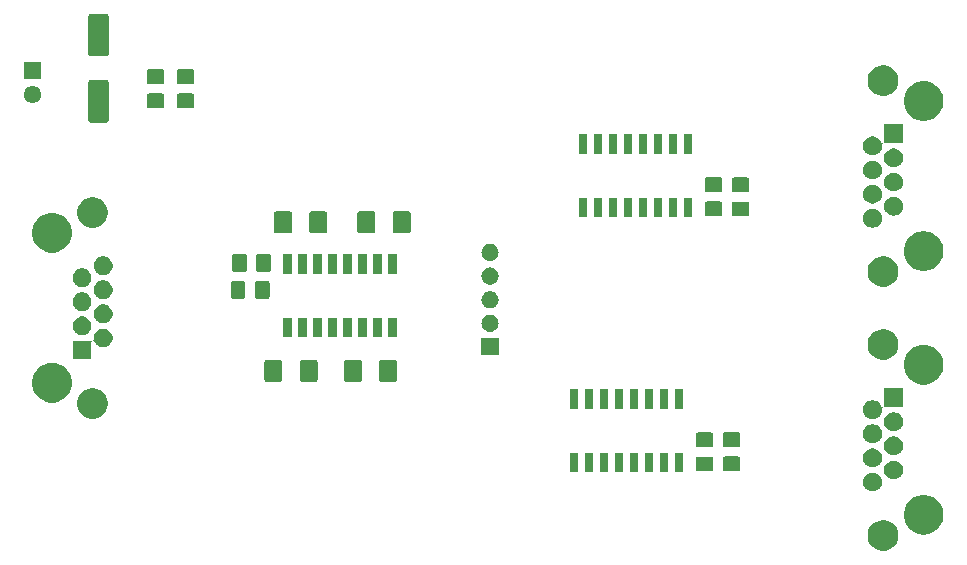
<source format=gbr>
%TF.GenerationSoftware,KiCad,Pcbnew,(5.1.2)-1*%
%TF.CreationDate,2019-06-15T17:16:06+02:00*%
%TF.ProjectId,i2s_rxtx,6932735f-7278-4747-982e-6b696361645f,rev?*%
%TF.SameCoordinates,Original*%
%TF.FileFunction,Soldermask,Top*%
%TF.FilePolarity,Negative*%
%FSLAX46Y46*%
G04 Gerber Fmt 4.6, Leading zero omitted, Abs format (unit mm)*
G04 Created by KiCad (PCBNEW (5.1.2)-1) date 2019-06-15 17:16:06*
%MOMM*%
%LPD*%
G04 APERTURE LIST*
%ADD10C,0.150000*%
G04 APERTURE END LIST*
D10*
G36*
X122933487Y-84298996D02*
G01*
X123170253Y-84397068D01*
X123170255Y-84397069D01*
X123383339Y-84539447D01*
X123564553Y-84720661D01*
X123706932Y-84933747D01*
X123805004Y-85170513D01*
X123855000Y-85421861D01*
X123855000Y-85678139D01*
X123805004Y-85929487D01*
X123706932Y-86166253D01*
X123706931Y-86166255D01*
X123564553Y-86379339D01*
X123383339Y-86560553D01*
X123170255Y-86702931D01*
X123170254Y-86702932D01*
X123170253Y-86702932D01*
X122933487Y-86801004D01*
X122682139Y-86851000D01*
X122425861Y-86851000D01*
X122174513Y-86801004D01*
X121937747Y-86702932D01*
X121937746Y-86702932D01*
X121937745Y-86702931D01*
X121724661Y-86560553D01*
X121543447Y-86379339D01*
X121401069Y-86166255D01*
X121401068Y-86166253D01*
X121302996Y-85929487D01*
X121253000Y-85678139D01*
X121253000Y-85421861D01*
X121302996Y-85170513D01*
X121401068Y-84933747D01*
X121543447Y-84720661D01*
X121724661Y-84539447D01*
X121937745Y-84397069D01*
X121937747Y-84397068D01*
X122174513Y-84298996D01*
X122425861Y-84249000D01*
X122682139Y-84249000D01*
X122933487Y-84298996D01*
X122933487Y-84298996D01*
G37*
G36*
X126472871Y-82208408D02*
G01*
X126777883Y-82334748D01*
X127052387Y-82518166D01*
X127285834Y-82751613D01*
X127469252Y-83026117D01*
X127595592Y-83331129D01*
X127660000Y-83654928D01*
X127660000Y-83985072D01*
X127595592Y-84308871D01*
X127469252Y-84613883D01*
X127285834Y-84888387D01*
X127052387Y-85121834D01*
X126777883Y-85305252D01*
X126472871Y-85431592D01*
X126310971Y-85463796D01*
X126149073Y-85496000D01*
X125818927Y-85496000D01*
X125657029Y-85463796D01*
X125495129Y-85431592D01*
X125190117Y-85305252D01*
X124915613Y-85121834D01*
X124682166Y-84888387D01*
X124498748Y-84613883D01*
X124372408Y-84308871D01*
X124308000Y-83985072D01*
X124308000Y-83654928D01*
X124372408Y-83331129D01*
X124498748Y-83026117D01*
X124682166Y-82751613D01*
X124915613Y-82518166D01*
X125190117Y-82334748D01*
X125495129Y-82208408D01*
X125818927Y-82144000D01*
X126149073Y-82144000D01*
X126472871Y-82208408D01*
X126472871Y-82208408D01*
G37*
G36*
X121897642Y-80269781D02*
G01*
X122043414Y-80330162D01*
X122043416Y-80330163D01*
X122174608Y-80417822D01*
X122286178Y-80529392D01*
X122373837Y-80660584D01*
X122373838Y-80660586D01*
X122434219Y-80806358D01*
X122465000Y-80961107D01*
X122465000Y-81118893D01*
X122434219Y-81273642D01*
X122373838Y-81419414D01*
X122373837Y-81419416D01*
X122286178Y-81550608D01*
X122174608Y-81662178D01*
X122043416Y-81749837D01*
X122043415Y-81749838D01*
X122043414Y-81749838D01*
X121897642Y-81810219D01*
X121742893Y-81841000D01*
X121585107Y-81841000D01*
X121430358Y-81810219D01*
X121284586Y-81749838D01*
X121284585Y-81749838D01*
X121284584Y-81749837D01*
X121153392Y-81662178D01*
X121041822Y-81550608D01*
X120954163Y-81419416D01*
X120954162Y-81419414D01*
X120893781Y-81273642D01*
X120863000Y-81118893D01*
X120863000Y-80961107D01*
X120893781Y-80806358D01*
X120954162Y-80660586D01*
X120954163Y-80660584D01*
X121041822Y-80529392D01*
X121153392Y-80417822D01*
X121284584Y-80330163D01*
X121284586Y-80330162D01*
X121430358Y-80269781D01*
X121585107Y-80239000D01*
X121742893Y-80239000D01*
X121897642Y-80269781D01*
X121897642Y-80269781D01*
G37*
G36*
X123677642Y-79249781D02*
G01*
X123823414Y-79310162D01*
X123823416Y-79310163D01*
X123954608Y-79397822D01*
X124066178Y-79509392D01*
X124153837Y-79640584D01*
X124153838Y-79640586D01*
X124214219Y-79786358D01*
X124245000Y-79941107D01*
X124245000Y-80098893D01*
X124214219Y-80253642D01*
X124153838Y-80399414D01*
X124153837Y-80399416D01*
X124066178Y-80530608D01*
X123954608Y-80642178D01*
X123823416Y-80729837D01*
X123823415Y-80729838D01*
X123823414Y-80729838D01*
X123677642Y-80790219D01*
X123522893Y-80821000D01*
X123365107Y-80821000D01*
X123210358Y-80790219D01*
X123064586Y-80729838D01*
X123064585Y-80729838D01*
X123064584Y-80729837D01*
X122933392Y-80642178D01*
X122821822Y-80530608D01*
X122734163Y-80399416D01*
X122734162Y-80399414D01*
X122673781Y-80253642D01*
X122643000Y-80098893D01*
X122643000Y-79941107D01*
X122673781Y-79786358D01*
X122734162Y-79640586D01*
X122734163Y-79640584D01*
X122821822Y-79509392D01*
X122933392Y-79397822D01*
X123064584Y-79310163D01*
X123064586Y-79310162D01*
X123210358Y-79249781D01*
X123365107Y-79219000D01*
X123522893Y-79219000D01*
X123677642Y-79249781D01*
X123677642Y-79249781D01*
G37*
G36*
X104364000Y-80234000D02*
G01*
X103662000Y-80234000D01*
X103662000Y-78582000D01*
X104364000Y-78582000D01*
X104364000Y-80234000D01*
X104364000Y-80234000D01*
G37*
G36*
X105634000Y-80234000D02*
G01*
X104932000Y-80234000D01*
X104932000Y-78582000D01*
X105634000Y-78582000D01*
X105634000Y-80234000D01*
X105634000Y-80234000D01*
G37*
G36*
X103094000Y-80234000D02*
G01*
X102392000Y-80234000D01*
X102392000Y-78582000D01*
X103094000Y-78582000D01*
X103094000Y-80234000D01*
X103094000Y-80234000D01*
G37*
G36*
X101824000Y-80234000D02*
G01*
X101122000Y-80234000D01*
X101122000Y-78582000D01*
X101824000Y-78582000D01*
X101824000Y-80234000D01*
X101824000Y-80234000D01*
G37*
G36*
X100554000Y-80234000D02*
G01*
X99852000Y-80234000D01*
X99852000Y-78582000D01*
X100554000Y-78582000D01*
X100554000Y-80234000D01*
X100554000Y-80234000D01*
G37*
G36*
X99284000Y-80234000D02*
G01*
X98582000Y-80234000D01*
X98582000Y-78582000D01*
X99284000Y-78582000D01*
X99284000Y-80234000D01*
X99284000Y-80234000D01*
G37*
G36*
X98014000Y-80234000D02*
G01*
X97312000Y-80234000D01*
X97312000Y-78582000D01*
X98014000Y-78582000D01*
X98014000Y-80234000D01*
X98014000Y-80234000D01*
G37*
G36*
X96744000Y-80234000D02*
G01*
X96042000Y-80234000D01*
X96042000Y-78582000D01*
X96744000Y-78582000D01*
X96744000Y-80234000D01*
X96744000Y-80234000D01*
G37*
G36*
X108030674Y-78889465D02*
G01*
X108068367Y-78900899D01*
X108103103Y-78919466D01*
X108133548Y-78944452D01*
X108158534Y-78974897D01*
X108177101Y-79009633D01*
X108188535Y-79047326D01*
X108193000Y-79092661D01*
X108193000Y-79929339D01*
X108188535Y-79974674D01*
X108177101Y-80012367D01*
X108158534Y-80047103D01*
X108133548Y-80077548D01*
X108103103Y-80102534D01*
X108068367Y-80121101D01*
X108030674Y-80132535D01*
X107985339Y-80137000D01*
X106898661Y-80137000D01*
X106853326Y-80132535D01*
X106815633Y-80121101D01*
X106780897Y-80102534D01*
X106750452Y-80077548D01*
X106725466Y-80047103D01*
X106706899Y-80012367D01*
X106695465Y-79974674D01*
X106691000Y-79929339D01*
X106691000Y-79092661D01*
X106695465Y-79047326D01*
X106706899Y-79009633D01*
X106725466Y-78974897D01*
X106750452Y-78944452D01*
X106780897Y-78919466D01*
X106815633Y-78900899D01*
X106853326Y-78889465D01*
X106898661Y-78885000D01*
X107985339Y-78885000D01*
X108030674Y-78889465D01*
X108030674Y-78889465D01*
G37*
G36*
X110316674Y-78880465D02*
G01*
X110354367Y-78891899D01*
X110389103Y-78910466D01*
X110419548Y-78935452D01*
X110444534Y-78965897D01*
X110463101Y-79000633D01*
X110474535Y-79038326D01*
X110479000Y-79083661D01*
X110479000Y-79920339D01*
X110474535Y-79965674D01*
X110463101Y-80003367D01*
X110444534Y-80038103D01*
X110419548Y-80068548D01*
X110389103Y-80093534D01*
X110354367Y-80112101D01*
X110316674Y-80123535D01*
X110271339Y-80128000D01*
X109184661Y-80128000D01*
X109139326Y-80123535D01*
X109101633Y-80112101D01*
X109066897Y-80093534D01*
X109036452Y-80068548D01*
X109011466Y-80038103D01*
X108992899Y-80003367D01*
X108981465Y-79965674D01*
X108977000Y-79920339D01*
X108977000Y-79083661D01*
X108981465Y-79038326D01*
X108992899Y-79000633D01*
X109011466Y-78965897D01*
X109036452Y-78935452D01*
X109066897Y-78910466D01*
X109101633Y-78891899D01*
X109139326Y-78880465D01*
X109184661Y-78876000D01*
X110271339Y-78876000D01*
X110316674Y-78880465D01*
X110316674Y-78880465D01*
G37*
G36*
X121897642Y-78229781D02*
G01*
X122043414Y-78290162D01*
X122043416Y-78290163D01*
X122174608Y-78377822D01*
X122286178Y-78489392D01*
X122373837Y-78620584D01*
X122373838Y-78620586D01*
X122434219Y-78766358D01*
X122465000Y-78921107D01*
X122465000Y-79078893D01*
X122434219Y-79233642D01*
X122373838Y-79379414D01*
X122373837Y-79379416D01*
X122286178Y-79510608D01*
X122174608Y-79622178D01*
X122043416Y-79709837D01*
X122043415Y-79709838D01*
X122043414Y-79709838D01*
X121897642Y-79770219D01*
X121742893Y-79801000D01*
X121585107Y-79801000D01*
X121430358Y-79770219D01*
X121284586Y-79709838D01*
X121284585Y-79709838D01*
X121284584Y-79709837D01*
X121153392Y-79622178D01*
X121041822Y-79510608D01*
X120954163Y-79379416D01*
X120954162Y-79379414D01*
X120893781Y-79233642D01*
X120863000Y-79078893D01*
X120863000Y-78921107D01*
X120893781Y-78766358D01*
X120954162Y-78620586D01*
X120954163Y-78620584D01*
X121041822Y-78489392D01*
X121153392Y-78377822D01*
X121284584Y-78290163D01*
X121284586Y-78290162D01*
X121430358Y-78229781D01*
X121585107Y-78199000D01*
X121742893Y-78199000D01*
X121897642Y-78229781D01*
X121897642Y-78229781D01*
G37*
G36*
X123677642Y-77209781D02*
G01*
X123823414Y-77270162D01*
X123823416Y-77270163D01*
X123954608Y-77357822D01*
X124066178Y-77469392D01*
X124153837Y-77600584D01*
X124153838Y-77600586D01*
X124214219Y-77746358D01*
X124245000Y-77901107D01*
X124245000Y-78058893D01*
X124214219Y-78213642D01*
X124153838Y-78359414D01*
X124153837Y-78359416D01*
X124066178Y-78490608D01*
X123954608Y-78602178D01*
X123823416Y-78689837D01*
X123823415Y-78689838D01*
X123823414Y-78689838D01*
X123677642Y-78750219D01*
X123522893Y-78781000D01*
X123365107Y-78781000D01*
X123210358Y-78750219D01*
X123064586Y-78689838D01*
X123064585Y-78689838D01*
X123064584Y-78689837D01*
X122933392Y-78602178D01*
X122821822Y-78490608D01*
X122734163Y-78359416D01*
X122734162Y-78359414D01*
X122673781Y-78213642D01*
X122643000Y-78058893D01*
X122643000Y-77901107D01*
X122673781Y-77746358D01*
X122734162Y-77600586D01*
X122734163Y-77600584D01*
X122821822Y-77469392D01*
X122933392Y-77357822D01*
X123064584Y-77270163D01*
X123064586Y-77270162D01*
X123210358Y-77209781D01*
X123365107Y-77179000D01*
X123522893Y-77179000D01*
X123677642Y-77209781D01*
X123677642Y-77209781D01*
G37*
G36*
X108030674Y-76839465D02*
G01*
X108068367Y-76850899D01*
X108103103Y-76869466D01*
X108133548Y-76894452D01*
X108158534Y-76924897D01*
X108177101Y-76959633D01*
X108188535Y-76997326D01*
X108193000Y-77042661D01*
X108193000Y-77879339D01*
X108188535Y-77924674D01*
X108177101Y-77962367D01*
X108158534Y-77997103D01*
X108133548Y-78027548D01*
X108103103Y-78052534D01*
X108068367Y-78071101D01*
X108030674Y-78082535D01*
X107985339Y-78087000D01*
X106898661Y-78087000D01*
X106853326Y-78082535D01*
X106815633Y-78071101D01*
X106780897Y-78052534D01*
X106750452Y-78027548D01*
X106725466Y-77997103D01*
X106706899Y-77962367D01*
X106695465Y-77924674D01*
X106691000Y-77879339D01*
X106691000Y-77042661D01*
X106695465Y-76997326D01*
X106706899Y-76959633D01*
X106725466Y-76924897D01*
X106750452Y-76894452D01*
X106780897Y-76869466D01*
X106815633Y-76850899D01*
X106853326Y-76839465D01*
X106898661Y-76835000D01*
X107985339Y-76835000D01*
X108030674Y-76839465D01*
X108030674Y-76839465D01*
G37*
G36*
X110316674Y-76830465D02*
G01*
X110354367Y-76841899D01*
X110389103Y-76860466D01*
X110419548Y-76885452D01*
X110444534Y-76915897D01*
X110463101Y-76950633D01*
X110474535Y-76988326D01*
X110479000Y-77033661D01*
X110479000Y-77870339D01*
X110474535Y-77915674D01*
X110463101Y-77953367D01*
X110444534Y-77988103D01*
X110419548Y-78018548D01*
X110389103Y-78043534D01*
X110354367Y-78062101D01*
X110316674Y-78073535D01*
X110271339Y-78078000D01*
X109184661Y-78078000D01*
X109139326Y-78073535D01*
X109101633Y-78062101D01*
X109066897Y-78043534D01*
X109036452Y-78018548D01*
X109011466Y-77988103D01*
X108992899Y-77953367D01*
X108981465Y-77915674D01*
X108977000Y-77870339D01*
X108977000Y-77033661D01*
X108981465Y-76988326D01*
X108992899Y-76950633D01*
X109011466Y-76915897D01*
X109036452Y-76885452D01*
X109066897Y-76860466D01*
X109101633Y-76841899D01*
X109139326Y-76830465D01*
X109184661Y-76826000D01*
X110271339Y-76826000D01*
X110316674Y-76830465D01*
X110316674Y-76830465D01*
G37*
G36*
X121897642Y-76189781D02*
G01*
X122043414Y-76250162D01*
X122043416Y-76250163D01*
X122174608Y-76337822D01*
X122286178Y-76449392D01*
X122373837Y-76580584D01*
X122373838Y-76580586D01*
X122434219Y-76726358D01*
X122465000Y-76881107D01*
X122465000Y-77038893D01*
X122434219Y-77193642D01*
X122373838Y-77339414D01*
X122373837Y-77339416D01*
X122286178Y-77470608D01*
X122174608Y-77582178D01*
X122043416Y-77669837D01*
X122043415Y-77669838D01*
X122043414Y-77669838D01*
X121897642Y-77730219D01*
X121742893Y-77761000D01*
X121585107Y-77761000D01*
X121430358Y-77730219D01*
X121284586Y-77669838D01*
X121284585Y-77669838D01*
X121284584Y-77669837D01*
X121153392Y-77582178D01*
X121041822Y-77470608D01*
X120954163Y-77339416D01*
X120954162Y-77339414D01*
X120893781Y-77193642D01*
X120863000Y-77038893D01*
X120863000Y-76881107D01*
X120893781Y-76726358D01*
X120954162Y-76580586D01*
X120954163Y-76580584D01*
X121041822Y-76449392D01*
X121153392Y-76337822D01*
X121284584Y-76250163D01*
X121284586Y-76250162D01*
X121430358Y-76189781D01*
X121585107Y-76159000D01*
X121742893Y-76159000D01*
X121897642Y-76189781D01*
X121897642Y-76189781D01*
G37*
G36*
X123677642Y-75169781D02*
G01*
X123823414Y-75230162D01*
X123823416Y-75230163D01*
X123954608Y-75317822D01*
X124066178Y-75429392D01*
X124153837Y-75560584D01*
X124153838Y-75560586D01*
X124214219Y-75706358D01*
X124245000Y-75861107D01*
X124245000Y-76018893D01*
X124214219Y-76173642D01*
X124153838Y-76319414D01*
X124153837Y-76319416D01*
X124066178Y-76450608D01*
X123954608Y-76562178D01*
X123823416Y-76649837D01*
X123823415Y-76649838D01*
X123823414Y-76649838D01*
X123677642Y-76710219D01*
X123522893Y-76741000D01*
X123365107Y-76741000D01*
X123210358Y-76710219D01*
X123064586Y-76649838D01*
X123064585Y-76649838D01*
X123064584Y-76649837D01*
X122933392Y-76562178D01*
X122821822Y-76450608D01*
X122734163Y-76319416D01*
X122734162Y-76319414D01*
X122673781Y-76173642D01*
X122643000Y-76018893D01*
X122643000Y-75861107D01*
X122673781Y-75706358D01*
X122734162Y-75560586D01*
X122734163Y-75560584D01*
X122821822Y-75429392D01*
X122933392Y-75317822D01*
X123064584Y-75230163D01*
X123064586Y-75230162D01*
X123210358Y-75169781D01*
X123365107Y-75139000D01*
X123522893Y-75139000D01*
X123677642Y-75169781D01*
X123677642Y-75169781D01*
G37*
G36*
X124245000Y-74701000D02*
G01*
X122589442Y-74701000D01*
X122565056Y-74703402D01*
X122541607Y-74710515D01*
X122519996Y-74722066D01*
X122501054Y-74737611D01*
X122485509Y-74756553D01*
X122473958Y-74778164D01*
X122466845Y-74801613D01*
X122464443Y-74825999D01*
X122465000Y-74831649D01*
X122465000Y-74998893D01*
X122434219Y-75153642D01*
X122373838Y-75299414D01*
X122373837Y-75299416D01*
X122286178Y-75430608D01*
X122174608Y-75542178D01*
X122043416Y-75629837D01*
X122043415Y-75629838D01*
X122043414Y-75629838D01*
X121897642Y-75690219D01*
X121742893Y-75721000D01*
X121585107Y-75721000D01*
X121430358Y-75690219D01*
X121284586Y-75629838D01*
X121284585Y-75629838D01*
X121284584Y-75629837D01*
X121153392Y-75542178D01*
X121041822Y-75430608D01*
X120954163Y-75299416D01*
X120954162Y-75299414D01*
X120893781Y-75153642D01*
X120863000Y-74998893D01*
X120863000Y-74841107D01*
X120893781Y-74686358D01*
X120954162Y-74540586D01*
X120979851Y-74502139D01*
X121041822Y-74409392D01*
X121153392Y-74297822D01*
X121284584Y-74210163D01*
X121284586Y-74210162D01*
X121430358Y-74149781D01*
X121585107Y-74119000D01*
X121742893Y-74119000D01*
X121897642Y-74149781D01*
X122043414Y-74210162D01*
X122043416Y-74210163D01*
X122174608Y-74297822D01*
X122286178Y-74409392D01*
X122348149Y-74502139D01*
X122373838Y-74540586D01*
X122402517Y-74609823D01*
X122414068Y-74631434D01*
X122429613Y-74650376D01*
X122448555Y-74665921D01*
X122470166Y-74677472D01*
X122493615Y-74684585D01*
X122518001Y-74686987D01*
X122542387Y-74684585D01*
X122565836Y-74677472D01*
X122587447Y-74665921D01*
X122606389Y-74650376D01*
X122621934Y-74631434D01*
X122633485Y-74609823D01*
X122640598Y-74586374D01*
X122643000Y-74561988D01*
X122643000Y-73099000D01*
X124245000Y-73099000D01*
X124245000Y-74701000D01*
X124245000Y-74701000D01*
G37*
G36*
X56006487Y-73122996D02*
G01*
X56243253Y-73221068D01*
X56243255Y-73221069D01*
X56456339Y-73363447D01*
X56637553Y-73544661D01*
X56779932Y-73757747D01*
X56878004Y-73994513D01*
X56928000Y-74245861D01*
X56928000Y-74502139D01*
X56878004Y-74753487D01*
X56867782Y-74778164D01*
X56779931Y-74990255D01*
X56637553Y-75203339D01*
X56456339Y-75384553D01*
X56243255Y-75526931D01*
X56243254Y-75526932D01*
X56243253Y-75526932D01*
X56006487Y-75625004D01*
X55755139Y-75675000D01*
X55498861Y-75675000D01*
X55247513Y-75625004D01*
X55010747Y-75526932D01*
X55010746Y-75526932D01*
X55010745Y-75526931D01*
X54797661Y-75384553D01*
X54616447Y-75203339D01*
X54474069Y-74990255D01*
X54386218Y-74778164D01*
X54375996Y-74753487D01*
X54326000Y-74502139D01*
X54326000Y-74245861D01*
X54375996Y-73994513D01*
X54474068Y-73757747D01*
X54616447Y-73544661D01*
X54797661Y-73363447D01*
X55010745Y-73221069D01*
X55010747Y-73221068D01*
X55247513Y-73122996D01*
X55498861Y-73073000D01*
X55755139Y-73073000D01*
X56006487Y-73122996D01*
X56006487Y-73122996D01*
G37*
G36*
X104364000Y-74834000D02*
G01*
X103662000Y-74834000D01*
X103662000Y-73182000D01*
X104364000Y-73182000D01*
X104364000Y-74834000D01*
X104364000Y-74834000D01*
G37*
G36*
X105634000Y-74834000D02*
G01*
X104932000Y-74834000D01*
X104932000Y-73182000D01*
X105634000Y-73182000D01*
X105634000Y-74834000D01*
X105634000Y-74834000D01*
G37*
G36*
X96744000Y-74834000D02*
G01*
X96042000Y-74834000D01*
X96042000Y-73182000D01*
X96744000Y-73182000D01*
X96744000Y-74834000D01*
X96744000Y-74834000D01*
G37*
G36*
X98014000Y-74834000D02*
G01*
X97312000Y-74834000D01*
X97312000Y-73182000D01*
X98014000Y-73182000D01*
X98014000Y-74834000D01*
X98014000Y-74834000D01*
G37*
G36*
X100554000Y-74834000D02*
G01*
X99852000Y-74834000D01*
X99852000Y-73182000D01*
X100554000Y-73182000D01*
X100554000Y-74834000D01*
X100554000Y-74834000D01*
G37*
G36*
X101824000Y-74834000D02*
G01*
X101122000Y-74834000D01*
X101122000Y-73182000D01*
X101824000Y-73182000D01*
X101824000Y-74834000D01*
X101824000Y-74834000D01*
G37*
G36*
X103094000Y-74834000D02*
G01*
X102392000Y-74834000D01*
X102392000Y-73182000D01*
X103094000Y-73182000D01*
X103094000Y-74834000D01*
X103094000Y-74834000D01*
G37*
G36*
X99284000Y-74834000D02*
G01*
X98582000Y-74834000D01*
X98582000Y-73182000D01*
X99284000Y-73182000D01*
X99284000Y-74834000D01*
X99284000Y-74834000D01*
G37*
G36*
X52523971Y-71000204D02*
G01*
X52685871Y-71032408D01*
X52990883Y-71158748D01*
X53265387Y-71342166D01*
X53498834Y-71575613D01*
X53682252Y-71850117D01*
X53808592Y-72155129D01*
X53873000Y-72478928D01*
X53873000Y-72809072D01*
X53808592Y-73132871D01*
X53682252Y-73437883D01*
X53498834Y-73712387D01*
X53265387Y-73945834D01*
X52990883Y-74129252D01*
X52685871Y-74255592D01*
X52362073Y-74320000D01*
X52031927Y-74320000D01*
X51708129Y-74255592D01*
X51403117Y-74129252D01*
X51128613Y-73945834D01*
X50895166Y-73712387D01*
X50711748Y-73437883D01*
X50585408Y-73132871D01*
X50521000Y-72809072D01*
X50521000Y-72478928D01*
X50585408Y-72155129D01*
X50711748Y-71850117D01*
X50895166Y-71575613D01*
X51128613Y-71342166D01*
X51403117Y-71158748D01*
X51708129Y-71032408D01*
X51870029Y-71000204D01*
X52031927Y-70968000D01*
X52362073Y-70968000D01*
X52523971Y-71000204D01*
X52523971Y-71000204D01*
G37*
G36*
X126260568Y-69466178D02*
G01*
X126472871Y-69508408D01*
X126777883Y-69634748D01*
X127052387Y-69818166D01*
X127285834Y-70051613D01*
X127469252Y-70326117D01*
X127595592Y-70631129D01*
X127595592Y-70631130D01*
X127632668Y-70817519D01*
X127660000Y-70954928D01*
X127660000Y-71285072D01*
X127595592Y-71608871D01*
X127469252Y-71913883D01*
X127285834Y-72188387D01*
X127052387Y-72421834D01*
X126777883Y-72605252D01*
X126472871Y-72731592D01*
X126149073Y-72796000D01*
X125818927Y-72796000D01*
X125495129Y-72731592D01*
X125190117Y-72605252D01*
X124915613Y-72421834D01*
X124682166Y-72188387D01*
X124498748Y-71913883D01*
X124372408Y-71608871D01*
X124308000Y-71285072D01*
X124308000Y-70954928D01*
X124335333Y-70817519D01*
X124372408Y-70631130D01*
X124372408Y-70631129D01*
X124498748Y-70326117D01*
X124682166Y-70051613D01*
X124915613Y-69818166D01*
X125190117Y-69634748D01*
X125495129Y-69508408D01*
X125707432Y-69466178D01*
X125818927Y-69444000D01*
X126149073Y-69444000D01*
X126260568Y-69466178D01*
X126260568Y-69466178D01*
G37*
G36*
X78283062Y-70706181D02*
G01*
X78317981Y-70716774D01*
X78350163Y-70733976D01*
X78378373Y-70757127D01*
X78401524Y-70785337D01*
X78418726Y-70817519D01*
X78429319Y-70852438D01*
X78433500Y-70894895D01*
X78433500Y-72361105D01*
X78429319Y-72403562D01*
X78418726Y-72438481D01*
X78401524Y-72470663D01*
X78378373Y-72498873D01*
X78350163Y-72522024D01*
X78317981Y-72539226D01*
X78283062Y-72549819D01*
X78240605Y-72554000D01*
X77099395Y-72554000D01*
X77056938Y-72549819D01*
X77022019Y-72539226D01*
X76989837Y-72522024D01*
X76961627Y-72498873D01*
X76938476Y-72470663D01*
X76921274Y-72438481D01*
X76910681Y-72403562D01*
X76906500Y-72361105D01*
X76906500Y-70894895D01*
X76910681Y-70852438D01*
X76921274Y-70817519D01*
X76938476Y-70785337D01*
X76961627Y-70757127D01*
X76989837Y-70733976D01*
X77022019Y-70716774D01*
X77056938Y-70706181D01*
X77099395Y-70702000D01*
X78240605Y-70702000D01*
X78283062Y-70706181D01*
X78283062Y-70706181D01*
G37*
G36*
X81258062Y-70706181D02*
G01*
X81292981Y-70716774D01*
X81325163Y-70733976D01*
X81353373Y-70757127D01*
X81376524Y-70785337D01*
X81393726Y-70817519D01*
X81404319Y-70852438D01*
X81408500Y-70894895D01*
X81408500Y-72361105D01*
X81404319Y-72403562D01*
X81393726Y-72438481D01*
X81376524Y-72470663D01*
X81353373Y-72498873D01*
X81325163Y-72522024D01*
X81292981Y-72539226D01*
X81258062Y-72549819D01*
X81215605Y-72554000D01*
X80074395Y-72554000D01*
X80031938Y-72549819D01*
X79997019Y-72539226D01*
X79964837Y-72522024D01*
X79936627Y-72498873D01*
X79913476Y-72470663D01*
X79896274Y-72438481D01*
X79885681Y-72403562D01*
X79881500Y-72361105D01*
X79881500Y-70894895D01*
X79885681Y-70852438D01*
X79896274Y-70817519D01*
X79913476Y-70785337D01*
X79936627Y-70757127D01*
X79964837Y-70733976D01*
X79997019Y-70716774D01*
X80031938Y-70706181D01*
X80074395Y-70702000D01*
X81215605Y-70702000D01*
X81258062Y-70706181D01*
X81258062Y-70706181D01*
G37*
G36*
X74527062Y-70706181D02*
G01*
X74561981Y-70716774D01*
X74594163Y-70733976D01*
X74622373Y-70757127D01*
X74645524Y-70785337D01*
X74662726Y-70817519D01*
X74673319Y-70852438D01*
X74677500Y-70894895D01*
X74677500Y-72361105D01*
X74673319Y-72403562D01*
X74662726Y-72438481D01*
X74645524Y-72470663D01*
X74622373Y-72498873D01*
X74594163Y-72522024D01*
X74561981Y-72539226D01*
X74527062Y-72549819D01*
X74484605Y-72554000D01*
X73343395Y-72554000D01*
X73300938Y-72549819D01*
X73266019Y-72539226D01*
X73233837Y-72522024D01*
X73205627Y-72498873D01*
X73182476Y-72470663D01*
X73165274Y-72438481D01*
X73154681Y-72403562D01*
X73150500Y-72361105D01*
X73150500Y-70894895D01*
X73154681Y-70852438D01*
X73165274Y-70817519D01*
X73182476Y-70785337D01*
X73205627Y-70757127D01*
X73233837Y-70733976D01*
X73266019Y-70716774D01*
X73300938Y-70706181D01*
X73343395Y-70702000D01*
X74484605Y-70702000D01*
X74527062Y-70706181D01*
X74527062Y-70706181D01*
G37*
G36*
X71552062Y-70706181D02*
G01*
X71586981Y-70716774D01*
X71619163Y-70733976D01*
X71647373Y-70757127D01*
X71670524Y-70785337D01*
X71687726Y-70817519D01*
X71698319Y-70852438D01*
X71702500Y-70894895D01*
X71702500Y-72361105D01*
X71698319Y-72403562D01*
X71687726Y-72438481D01*
X71670524Y-72470663D01*
X71647373Y-72498873D01*
X71619163Y-72522024D01*
X71586981Y-72539226D01*
X71552062Y-72549819D01*
X71509605Y-72554000D01*
X70368395Y-72554000D01*
X70325938Y-72549819D01*
X70291019Y-72539226D01*
X70258837Y-72522024D01*
X70230627Y-72498873D01*
X70207476Y-72470663D01*
X70190274Y-72438481D01*
X70179681Y-72403562D01*
X70175500Y-72361105D01*
X70175500Y-70894895D01*
X70179681Y-70852438D01*
X70190274Y-70817519D01*
X70207476Y-70785337D01*
X70230627Y-70757127D01*
X70258837Y-70733976D01*
X70291019Y-70716774D01*
X70325938Y-70706181D01*
X70368395Y-70702000D01*
X71509605Y-70702000D01*
X71552062Y-70706181D01*
X71552062Y-70706181D01*
G37*
G36*
X122933487Y-68138996D02*
G01*
X123170253Y-68237068D01*
X123170255Y-68237069D01*
X123383339Y-68379447D01*
X123564553Y-68560661D01*
X123706932Y-68773747D01*
X123805004Y-69010513D01*
X123855000Y-69261861D01*
X123855000Y-69518139D01*
X123805004Y-69769487D01*
X123784840Y-69818166D01*
X123706931Y-70006255D01*
X123564553Y-70219339D01*
X123383339Y-70400553D01*
X123170255Y-70542931D01*
X123170254Y-70542932D01*
X123170253Y-70542932D01*
X122933487Y-70641004D01*
X122682139Y-70691000D01*
X122425861Y-70691000D01*
X122174513Y-70641004D01*
X121937747Y-70542932D01*
X121937746Y-70542932D01*
X121937745Y-70542931D01*
X121724661Y-70400553D01*
X121543447Y-70219339D01*
X121401069Y-70006255D01*
X121323160Y-69818166D01*
X121302996Y-69769487D01*
X121253000Y-69518139D01*
X121253000Y-69261861D01*
X121302996Y-69010513D01*
X121401068Y-68773747D01*
X121543447Y-68560661D01*
X121724661Y-68379447D01*
X121937745Y-68237069D01*
X121937747Y-68237068D01*
X122174513Y-68138996D01*
X122425861Y-68089000D01*
X122682139Y-68089000D01*
X122933487Y-68138996D01*
X122933487Y-68138996D01*
G37*
G36*
X56750642Y-68073781D02*
G01*
X56842531Y-68111843D01*
X56896416Y-68134163D01*
X57027608Y-68221822D01*
X57139178Y-68333392D01*
X57226837Y-68464584D01*
X57226838Y-68464586D01*
X57287219Y-68610358D01*
X57318000Y-68765107D01*
X57318000Y-68922893D01*
X57287219Y-69077642D01*
X57255517Y-69154177D01*
X57226837Y-69223416D01*
X57139178Y-69354608D01*
X57027608Y-69466178D01*
X56896416Y-69553837D01*
X56896415Y-69553838D01*
X56896414Y-69553838D01*
X56750642Y-69614219D01*
X56595893Y-69645000D01*
X56438107Y-69645000D01*
X56283358Y-69614219D01*
X56137586Y-69553838D01*
X56137585Y-69553838D01*
X56137584Y-69553837D01*
X56006392Y-69466178D01*
X55894822Y-69354608D01*
X55807163Y-69223416D01*
X55778483Y-69154177D01*
X55766932Y-69132566D01*
X55751387Y-69113624D01*
X55732445Y-69098079D01*
X55710834Y-69086528D01*
X55687385Y-69079415D01*
X55662999Y-69077013D01*
X55638613Y-69079415D01*
X55615164Y-69086528D01*
X55593553Y-69098079D01*
X55574611Y-69113624D01*
X55559066Y-69132566D01*
X55547515Y-69154177D01*
X55540402Y-69177626D01*
X55538000Y-69202012D01*
X55538000Y-70665000D01*
X53936000Y-70665000D01*
X53936000Y-69063000D01*
X55591558Y-69063000D01*
X55615944Y-69060598D01*
X55639393Y-69053485D01*
X55661004Y-69041934D01*
X55679946Y-69026389D01*
X55695491Y-69007447D01*
X55707042Y-68985836D01*
X55714155Y-68962387D01*
X55716557Y-68938001D01*
X55716000Y-68932351D01*
X55716000Y-68765107D01*
X55746781Y-68610358D01*
X55807162Y-68464586D01*
X55807163Y-68464584D01*
X55894822Y-68333392D01*
X56006392Y-68221822D01*
X56137584Y-68134163D01*
X56191469Y-68111843D01*
X56283358Y-68073781D01*
X56438107Y-68043000D01*
X56595893Y-68043000D01*
X56750642Y-68073781D01*
X56750642Y-68073781D01*
G37*
G36*
X90007000Y-70322000D02*
G01*
X88555000Y-70322000D01*
X88555000Y-68870000D01*
X90007000Y-68870000D01*
X90007000Y-70322000D01*
X90007000Y-70322000D01*
G37*
G36*
X80107000Y-68804000D02*
G01*
X79405000Y-68804000D01*
X79405000Y-67152000D01*
X80107000Y-67152000D01*
X80107000Y-68804000D01*
X80107000Y-68804000D01*
G37*
G36*
X72487000Y-68804000D02*
G01*
X71785000Y-68804000D01*
X71785000Y-67152000D01*
X72487000Y-67152000D01*
X72487000Y-68804000D01*
X72487000Y-68804000D01*
G37*
G36*
X73757000Y-68804000D02*
G01*
X73055000Y-68804000D01*
X73055000Y-67152000D01*
X73757000Y-67152000D01*
X73757000Y-68804000D01*
X73757000Y-68804000D01*
G37*
G36*
X75027000Y-68804000D02*
G01*
X74325000Y-68804000D01*
X74325000Y-67152000D01*
X75027000Y-67152000D01*
X75027000Y-68804000D01*
X75027000Y-68804000D01*
G37*
G36*
X76297000Y-68804000D02*
G01*
X75595000Y-68804000D01*
X75595000Y-67152000D01*
X76297000Y-67152000D01*
X76297000Y-68804000D01*
X76297000Y-68804000D01*
G37*
G36*
X77567000Y-68804000D02*
G01*
X76865000Y-68804000D01*
X76865000Y-67152000D01*
X77567000Y-67152000D01*
X77567000Y-68804000D01*
X77567000Y-68804000D01*
G37*
G36*
X78837000Y-68804000D02*
G01*
X78135000Y-68804000D01*
X78135000Y-67152000D01*
X78837000Y-67152000D01*
X78837000Y-68804000D01*
X78837000Y-68804000D01*
G37*
G36*
X81377000Y-68804000D02*
G01*
X80675000Y-68804000D01*
X80675000Y-67152000D01*
X81377000Y-67152000D01*
X81377000Y-68804000D01*
X81377000Y-68804000D01*
G37*
G36*
X54970642Y-67053781D02*
G01*
X55116414Y-67114162D01*
X55116416Y-67114163D01*
X55247608Y-67201822D01*
X55359178Y-67313392D01*
X55446837Y-67444584D01*
X55446838Y-67444586D01*
X55507219Y-67590358D01*
X55538000Y-67745107D01*
X55538000Y-67902893D01*
X55507219Y-68057642D01*
X55447189Y-68202567D01*
X55446837Y-68203416D01*
X55359178Y-68334608D01*
X55247608Y-68446178D01*
X55116416Y-68533837D01*
X55116415Y-68533838D01*
X55116414Y-68533838D01*
X54970642Y-68594219D01*
X54815893Y-68625000D01*
X54658107Y-68625000D01*
X54503358Y-68594219D01*
X54357586Y-68533838D01*
X54357585Y-68533838D01*
X54357584Y-68533837D01*
X54226392Y-68446178D01*
X54114822Y-68334608D01*
X54027163Y-68203416D01*
X54026811Y-68202567D01*
X53966781Y-68057642D01*
X53936000Y-67902893D01*
X53936000Y-67745107D01*
X53966781Y-67590358D01*
X54027162Y-67444586D01*
X54027163Y-67444584D01*
X54114822Y-67313392D01*
X54226392Y-67201822D01*
X54357584Y-67114163D01*
X54357586Y-67114162D01*
X54503358Y-67053781D01*
X54658107Y-67023000D01*
X54815893Y-67023000D01*
X54970642Y-67053781D01*
X54970642Y-67053781D01*
G37*
G36*
X89352213Y-66873502D02*
G01*
X89423321Y-66880505D01*
X89560172Y-66922019D01*
X89560175Y-66922020D01*
X89686294Y-66989432D01*
X89796843Y-67080157D01*
X89887568Y-67190706D01*
X89954980Y-67316825D01*
X89954981Y-67316828D01*
X89996495Y-67453679D01*
X90010512Y-67596000D01*
X89996495Y-67738321D01*
X89994436Y-67745107D01*
X89954980Y-67875175D01*
X89887568Y-68001294D01*
X89796843Y-68111843D01*
X89686294Y-68202568D01*
X89560175Y-68269980D01*
X89560172Y-68269981D01*
X89423321Y-68311495D01*
X89352213Y-68318498D01*
X89316660Y-68322000D01*
X89245340Y-68322000D01*
X89209787Y-68318498D01*
X89138679Y-68311495D01*
X89001828Y-68269981D01*
X89001825Y-68269980D01*
X88875706Y-68202568D01*
X88765157Y-68111843D01*
X88674432Y-68001294D01*
X88607020Y-67875175D01*
X88567564Y-67745107D01*
X88565505Y-67738321D01*
X88551488Y-67596000D01*
X88565505Y-67453679D01*
X88607019Y-67316828D01*
X88607020Y-67316825D01*
X88674432Y-67190706D01*
X88765157Y-67080157D01*
X88875706Y-66989432D01*
X89001825Y-66922020D01*
X89001828Y-66922019D01*
X89138679Y-66880505D01*
X89209787Y-66873502D01*
X89245340Y-66870000D01*
X89316660Y-66870000D01*
X89352213Y-66873502D01*
X89352213Y-66873502D01*
G37*
G36*
X56750642Y-66033781D02*
G01*
X56896414Y-66094162D01*
X56896416Y-66094163D01*
X57027608Y-66181822D01*
X57139178Y-66293392D01*
X57226837Y-66424584D01*
X57226838Y-66424586D01*
X57287219Y-66570358D01*
X57318000Y-66725107D01*
X57318000Y-66882893D01*
X57287219Y-67037642D01*
X57239850Y-67152000D01*
X57226837Y-67183416D01*
X57139178Y-67314608D01*
X57027608Y-67426178D01*
X56896416Y-67513837D01*
X56896415Y-67513838D01*
X56896414Y-67513838D01*
X56750642Y-67574219D01*
X56595893Y-67605000D01*
X56438107Y-67605000D01*
X56283358Y-67574219D01*
X56137586Y-67513838D01*
X56137585Y-67513838D01*
X56137584Y-67513837D01*
X56006392Y-67426178D01*
X55894822Y-67314608D01*
X55807163Y-67183416D01*
X55794150Y-67152000D01*
X55746781Y-67037642D01*
X55716000Y-66882893D01*
X55716000Y-66725107D01*
X55746781Y-66570358D01*
X55807162Y-66424586D01*
X55807163Y-66424584D01*
X55894822Y-66293392D01*
X56006392Y-66181822D01*
X56137584Y-66094163D01*
X56137586Y-66094162D01*
X56283358Y-66033781D01*
X56438107Y-66003000D01*
X56595893Y-66003000D01*
X56750642Y-66033781D01*
X56750642Y-66033781D01*
G37*
G36*
X54970642Y-65013781D02*
G01*
X55116414Y-65074162D01*
X55116416Y-65074163D01*
X55247608Y-65161822D01*
X55359178Y-65273392D01*
X55443799Y-65400038D01*
X55446838Y-65404586D01*
X55507219Y-65550358D01*
X55538000Y-65705107D01*
X55538000Y-65862893D01*
X55507219Y-66017642D01*
X55468199Y-66111843D01*
X55446837Y-66163416D01*
X55359178Y-66294608D01*
X55247608Y-66406178D01*
X55116416Y-66493837D01*
X55116415Y-66493838D01*
X55116414Y-66493838D01*
X54970642Y-66554219D01*
X54815893Y-66585000D01*
X54658107Y-66585000D01*
X54503358Y-66554219D01*
X54357586Y-66493838D01*
X54357585Y-66493838D01*
X54357584Y-66493837D01*
X54226392Y-66406178D01*
X54114822Y-66294608D01*
X54027163Y-66163416D01*
X54005801Y-66111843D01*
X53966781Y-66017642D01*
X53936000Y-65862893D01*
X53936000Y-65705107D01*
X53966781Y-65550358D01*
X54027162Y-65404586D01*
X54030201Y-65400038D01*
X54114822Y-65273392D01*
X54226392Y-65161822D01*
X54357584Y-65074163D01*
X54357586Y-65074162D01*
X54503358Y-65013781D01*
X54658107Y-64983000D01*
X54815893Y-64983000D01*
X54970642Y-65013781D01*
X54970642Y-65013781D01*
G37*
G36*
X89352213Y-64873502D02*
G01*
X89423321Y-64880505D01*
X89560172Y-64922019D01*
X89560175Y-64922020D01*
X89686294Y-64989432D01*
X89796843Y-65080157D01*
X89887568Y-65190706D01*
X89954980Y-65316825D01*
X89954981Y-65316828D01*
X89996495Y-65453679D01*
X90010512Y-65596000D01*
X89996495Y-65738321D01*
X89958706Y-65862892D01*
X89954980Y-65875175D01*
X89887568Y-66001294D01*
X89796843Y-66111843D01*
X89686294Y-66202568D01*
X89560175Y-66269980D01*
X89560172Y-66269981D01*
X89423321Y-66311495D01*
X89352213Y-66318498D01*
X89316660Y-66322000D01*
X89245340Y-66322000D01*
X89209787Y-66318498D01*
X89138679Y-66311495D01*
X89001828Y-66269981D01*
X89001825Y-66269980D01*
X88875706Y-66202568D01*
X88765157Y-66111843D01*
X88674432Y-66001294D01*
X88607020Y-65875175D01*
X88603294Y-65862892D01*
X88565505Y-65738321D01*
X88551488Y-65596000D01*
X88565505Y-65453679D01*
X88607019Y-65316828D01*
X88607020Y-65316825D01*
X88674432Y-65190706D01*
X88765157Y-65080157D01*
X88875706Y-64989432D01*
X89001825Y-64922020D01*
X89001828Y-64922019D01*
X89138679Y-64880505D01*
X89209787Y-64873502D01*
X89245340Y-64870000D01*
X89316660Y-64870000D01*
X89352213Y-64873502D01*
X89352213Y-64873502D01*
G37*
G36*
X56750642Y-63993781D02*
G01*
X56896414Y-64054162D01*
X56896416Y-64054163D01*
X57027608Y-64141822D01*
X57139178Y-64253392D01*
X57226837Y-64384584D01*
X57226838Y-64384586D01*
X57287219Y-64530358D01*
X57318000Y-64685107D01*
X57318000Y-64842893D01*
X57287219Y-64997642D01*
X57253040Y-65080157D01*
X57226837Y-65143416D01*
X57139178Y-65274608D01*
X57027608Y-65386178D01*
X56896416Y-65473837D01*
X56896415Y-65473838D01*
X56896414Y-65473838D01*
X56750642Y-65534219D01*
X56595893Y-65565000D01*
X56438107Y-65565000D01*
X56283358Y-65534219D01*
X56137586Y-65473838D01*
X56137585Y-65473838D01*
X56137584Y-65473837D01*
X56006392Y-65386178D01*
X55894822Y-65274608D01*
X55807163Y-65143416D01*
X55780960Y-65080157D01*
X55746781Y-64997642D01*
X55716000Y-64842893D01*
X55716000Y-64685107D01*
X55746781Y-64530358D01*
X55807162Y-64384586D01*
X55807163Y-64384584D01*
X55894822Y-64253392D01*
X56006392Y-64141822D01*
X56137584Y-64054163D01*
X56137586Y-64054162D01*
X56283358Y-63993781D01*
X56438107Y-63963000D01*
X56595893Y-63963000D01*
X56750642Y-63993781D01*
X56750642Y-63993781D01*
G37*
G36*
X70458674Y-64023465D02*
G01*
X70496367Y-64034899D01*
X70531103Y-64053466D01*
X70561548Y-64078452D01*
X70586534Y-64108897D01*
X70605101Y-64143633D01*
X70616535Y-64181326D01*
X70621000Y-64226661D01*
X70621000Y-65313339D01*
X70616535Y-65358674D01*
X70605101Y-65396367D01*
X70586534Y-65431103D01*
X70561548Y-65461548D01*
X70531103Y-65486534D01*
X70496367Y-65505101D01*
X70458674Y-65516535D01*
X70413339Y-65521000D01*
X69576661Y-65521000D01*
X69531326Y-65516535D01*
X69493633Y-65505101D01*
X69458897Y-65486534D01*
X69428452Y-65461548D01*
X69403466Y-65431103D01*
X69384899Y-65396367D01*
X69373465Y-65358674D01*
X69369000Y-65313339D01*
X69369000Y-64226661D01*
X69373465Y-64181326D01*
X69384899Y-64143633D01*
X69403466Y-64108897D01*
X69428452Y-64078452D01*
X69458897Y-64053466D01*
X69493633Y-64034899D01*
X69531326Y-64023465D01*
X69576661Y-64019000D01*
X70413339Y-64019000D01*
X70458674Y-64023465D01*
X70458674Y-64023465D01*
G37*
G36*
X68408674Y-64023465D02*
G01*
X68446367Y-64034899D01*
X68481103Y-64053466D01*
X68511548Y-64078452D01*
X68536534Y-64108897D01*
X68555101Y-64143633D01*
X68566535Y-64181326D01*
X68571000Y-64226661D01*
X68571000Y-65313339D01*
X68566535Y-65358674D01*
X68555101Y-65396367D01*
X68536534Y-65431103D01*
X68511548Y-65461548D01*
X68481103Y-65486534D01*
X68446367Y-65505101D01*
X68408674Y-65516535D01*
X68363339Y-65521000D01*
X67526661Y-65521000D01*
X67481326Y-65516535D01*
X67443633Y-65505101D01*
X67408897Y-65486534D01*
X67378452Y-65461548D01*
X67353466Y-65431103D01*
X67334899Y-65396367D01*
X67323465Y-65358674D01*
X67319000Y-65313339D01*
X67319000Y-64226661D01*
X67323465Y-64181326D01*
X67334899Y-64143633D01*
X67353466Y-64108897D01*
X67378452Y-64078452D01*
X67408897Y-64053466D01*
X67443633Y-64034899D01*
X67481326Y-64023465D01*
X67526661Y-64019000D01*
X68363339Y-64019000D01*
X68408674Y-64023465D01*
X68408674Y-64023465D01*
G37*
G36*
X54970642Y-62973781D02*
G01*
X55116414Y-63034162D01*
X55116416Y-63034163D01*
X55247608Y-63121822D01*
X55359178Y-63233392D01*
X55446837Y-63364584D01*
X55446838Y-63364586D01*
X55507219Y-63510358D01*
X55538000Y-63665107D01*
X55538000Y-63822893D01*
X55507219Y-63977642D01*
X55471088Y-64064869D01*
X55446837Y-64123416D01*
X55359178Y-64254608D01*
X55247608Y-64366178D01*
X55116416Y-64453837D01*
X55116415Y-64453838D01*
X55116414Y-64453838D01*
X54970642Y-64514219D01*
X54815893Y-64545000D01*
X54658107Y-64545000D01*
X54503358Y-64514219D01*
X54357586Y-64453838D01*
X54357585Y-64453838D01*
X54357584Y-64453837D01*
X54226392Y-64366178D01*
X54114822Y-64254608D01*
X54027163Y-64123416D01*
X54002912Y-64064869D01*
X53966781Y-63977642D01*
X53936000Y-63822893D01*
X53936000Y-63665107D01*
X53966781Y-63510358D01*
X54027162Y-63364586D01*
X54027163Y-63364584D01*
X54114822Y-63233392D01*
X54226392Y-63121822D01*
X54357584Y-63034163D01*
X54357586Y-63034162D01*
X54503358Y-62973781D01*
X54658107Y-62943000D01*
X54815893Y-62943000D01*
X54970642Y-62973781D01*
X54970642Y-62973781D01*
G37*
G36*
X122933487Y-61960996D02*
G01*
X123170253Y-62059068D01*
X123170255Y-62059069D01*
X123234239Y-62101822D01*
X123383339Y-62201447D01*
X123564553Y-62382661D01*
X123706932Y-62595747D01*
X123805004Y-62832513D01*
X123855000Y-63083861D01*
X123855000Y-63340139D01*
X123805004Y-63591487D01*
X123709152Y-63822893D01*
X123706931Y-63828255D01*
X123564553Y-64041339D01*
X123383339Y-64222553D01*
X123170255Y-64364931D01*
X123170254Y-64364932D01*
X123170253Y-64364932D01*
X122933487Y-64463004D01*
X122682139Y-64513000D01*
X122425861Y-64513000D01*
X122174513Y-64463004D01*
X121937747Y-64364932D01*
X121937746Y-64364932D01*
X121937745Y-64364931D01*
X121724661Y-64222553D01*
X121543447Y-64041339D01*
X121401069Y-63828255D01*
X121398848Y-63822893D01*
X121302996Y-63591487D01*
X121253000Y-63340139D01*
X121253000Y-63083861D01*
X121302996Y-62832513D01*
X121401068Y-62595747D01*
X121543447Y-62382661D01*
X121724661Y-62201447D01*
X121873761Y-62101822D01*
X121937745Y-62059069D01*
X121937747Y-62059068D01*
X122174513Y-61960996D01*
X122425861Y-61911000D01*
X122682139Y-61911000D01*
X122933487Y-61960996D01*
X122933487Y-61960996D01*
G37*
G36*
X89352213Y-62873502D02*
G01*
X89423321Y-62880505D01*
X89560172Y-62922019D01*
X89560175Y-62922020D01*
X89686294Y-62989432D01*
X89796843Y-63080157D01*
X89887568Y-63190706D01*
X89954980Y-63316825D01*
X89954981Y-63316828D01*
X89996495Y-63453679D01*
X90010512Y-63596000D01*
X89996495Y-63738321D01*
X89970840Y-63822892D01*
X89954980Y-63875175D01*
X89887568Y-64001294D01*
X89796843Y-64111843D01*
X89686294Y-64202568D01*
X89560175Y-64269980D01*
X89560172Y-64269981D01*
X89423321Y-64311495D01*
X89352213Y-64318498D01*
X89316660Y-64322000D01*
X89245340Y-64322000D01*
X89209787Y-64318498D01*
X89138679Y-64311495D01*
X89001828Y-64269981D01*
X89001825Y-64269980D01*
X88875706Y-64202568D01*
X88765157Y-64111843D01*
X88674432Y-64001294D01*
X88607020Y-63875175D01*
X88591160Y-63822892D01*
X88565505Y-63738321D01*
X88551488Y-63596000D01*
X88565505Y-63453679D01*
X88607019Y-63316828D01*
X88607020Y-63316825D01*
X88674432Y-63190706D01*
X88765157Y-63080157D01*
X88875706Y-62989432D01*
X89001825Y-62922020D01*
X89001828Y-62922019D01*
X89138679Y-62880505D01*
X89209787Y-62873502D01*
X89245340Y-62870000D01*
X89316660Y-62870000D01*
X89352213Y-62873502D01*
X89352213Y-62873502D01*
G37*
G36*
X56750642Y-61953781D02*
G01*
X56896414Y-62014162D01*
X56896416Y-62014163D01*
X57027608Y-62101822D01*
X57139178Y-62213392D01*
X57211747Y-62322000D01*
X57226838Y-62344586D01*
X57287219Y-62490358D01*
X57318000Y-62645107D01*
X57318000Y-62802893D01*
X57287219Y-62957642D01*
X57241928Y-63066983D01*
X57226837Y-63103416D01*
X57139178Y-63234608D01*
X57027608Y-63346178D01*
X56896416Y-63433837D01*
X56896415Y-63433838D01*
X56896414Y-63433838D01*
X56750642Y-63494219D01*
X56595893Y-63525000D01*
X56438107Y-63525000D01*
X56283358Y-63494219D01*
X56137586Y-63433838D01*
X56137585Y-63433838D01*
X56137584Y-63433837D01*
X56006392Y-63346178D01*
X55894822Y-63234608D01*
X55807163Y-63103416D01*
X55792072Y-63066983D01*
X55746781Y-62957642D01*
X55716000Y-62802893D01*
X55716000Y-62645107D01*
X55746781Y-62490358D01*
X55807162Y-62344586D01*
X55822253Y-62322000D01*
X55894822Y-62213392D01*
X56006392Y-62101822D01*
X56137584Y-62014163D01*
X56137586Y-62014162D01*
X56283358Y-61953781D01*
X56438107Y-61923000D01*
X56595893Y-61923000D01*
X56750642Y-61953781D01*
X56750642Y-61953781D01*
G37*
G36*
X72487000Y-63404000D02*
G01*
X71785000Y-63404000D01*
X71785000Y-61752000D01*
X72487000Y-61752000D01*
X72487000Y-63404000D01*
X72487000Y-63404000D01*
G37*
G36*
X81377000Y-63404000D02*
G01*
X80675000Y-63404000D01*
X80675000Y-61752000D01*
X81377000Y-61752000D01*
X81377000Y-63404000D01*
X81377000Y-63404000D01*
G37*
G36*
X73757000Y-63404000D02*
G01*
X73055000Y-63404000D01*
X73055000Y-61752000D01*
X73757000Y-61752000D01*
X73757000Y-63404000D01*
X73757000Y-63404000D01*
G37*
G36*
X80107000Y-63404000D02*
G01*
X79405000Y-63404000D01*
X79405000Y-61752000D01*
X80107000Y-61752000D01*
X80107000Y-63404000D01*
X80107000Y-63404000D01*
G37*
G36*
X76297000Y-63404000D02*
G01*
X75595000Y-63404000D01*
X75595000Y-61752000D01*
X76297000Y-61752000D01*
X76297000Y-63404000D01*
X76297000Y-63404000D01*
G37*
G36*
X77567000Y-63404000D02*
G01*
X76865000Y-63404000D01*
X76865000Y-61752000D01*
X77567000Y-61752000D01*
X77567000Y-63404000D01*
X77567000Y-63404000D01*
G37*
G36*
X78837000Y-63404000D02*
G01*
X78135000Y-63404000D01*
X78135000Y-61752000D01*
X78837000Y-61752000D01*
X78837000Y-63404000D01*
X78837000Y-63404000D01*
G37*
G36*
X75027000Y-63404000D02*
G01*
X74325000Y-63404000D01*
X74325000Y-61752000D01*
X75027000Y-61752000D01*
X75027000Y-63404000D01*
X75027000Y-63404000D01*
G37*
G36*
X68517674Y-61737465D02*
G01*
X68555367Y-61748899D01*
X68590103Y-61767466D01*
X68620548Y-61792452D01*
X68645534Y-61822897D01*
X68664101Y-61857633D01*
X68675535Y-61895326D01*
X68680000Y-61940661D01*
X68680000Y-63027339D01*
X68675535Y-63072674D01*
X68664101Y-63110367D01*
X68645534Y-63145103D01*
X68620548Y-63175548D01*
X68590103Y-63200534D01*
X68555367Y-63219101D01*
X68517674Y-63230535D01*
X68472339Y-63235000D01*
X67635661Y-63235000D01*
X67590326Y-63230535D01*
X67552633Y-63219101D01*
X67517897Y-63200534D01*
X67487452Y-63175548D01*
X67462466Y-63145103D01*
X67443899Y-63110367D01*
X67432465Y-63072674D01*
X67428000Y-63027339D01*
X67428000Y-61940661D01*
X67432465Y-61895326D01*
X67443899Y-61857633D01*
X67462466Y-61822897D01*
X67487452Y-61792452D01*
X67517897Y-61767466D01*
X67552633Y-61748899D01*
X67590326Y-61737465D01*
X67635661Y-61733000D01*
X68472339Y-61733000D01*
X68517674Y-61737465D01*
X68517674Y-61737465D01*
G37*
G36*
X70567674Y-61737465D02*
G01*
X70605367Y-61748899D01*
X70640103Y-61767466D01*
X70670548Y-61792452D01*
X70695534Y-61822897D01*
X70714101Y-61857633D01*
X70725535Y-61895326D01*
X70730000Y-61940661D01*
X70730000Y-63027339D01*
X70725535Y-63072674D01*
X70714101Y-63110367D01*
X70695534Y-63145103D01*
X70670548Y-63175548D01*
X70640103Y-63200534D01*
X70605367Y-63219101D01*
X70567674Y-63230535D01*
X70522339Y-63235000D01*
X69685661Y-63235000D01*
X69640326Y-63230535D01*
X69602633Y-63219101D01*
X69567897Y-63200534D01*
X69537452Y-63175548D01*
X69512466Y-63145103D01*
X69493899Y-63110367D01*
X69482465Y-63072674D01*
X69478000Y-63027339D01*
X69478000Y-61940661D01*
X69482465Y-61895326D01*
X69493899Y-61857633D01*
X69512466Y-61822897D01*
X69537452Y-61792452D01*
X69567897Y-61767466D01*
X69602633Y-61748899D01*
X69640326Y-61737465D01*
X69685661Y-61733000D01*
X70522339Y-61733000D01*
X70567674Y-61737465D01*
X70567674Y-61737465D01*
G37*
G36*
X126272553Y-59830562D02*
G01*
X126472871Y-59870408D01*
X126777883Y-59996748D01*
X127052387Y-60180166D01*
X127285834Y-60413613D01*
X127469252Y-60688117D01*
X127594061Y-60989433D01*
X127595592Y-60993130D01*
X127660000Y-61316927D01*
X127660000Y-61647073D01*
X127641850Y-61738319D01*
X127595592Y-61970871D01*
X127469252Y-62275883D01*
X127285834Y-62550387D01*
X127052387Y-62783834D01*
X126777883Y-62967252D01*
X126472871Y-63093592D01*
X126330950Y-63121822D01*
X126149073Y-63158000D01*
X125818927Y-63158000D01*
X125637050Y-63121822D01*
X125495129Y-63093592D01*
X125190117Y-62967252D01*
X124915613Y-62783834D01*
X124682166Y-62550387D01*
X124498748Y-62275883D01*
X124372408Y-61970871D01*
X124326150Y-61738319D01*
X124308000Y-61647073D01*
X124308000Y-61316927D01*
X124372408Y-60993130D01*
X124373939Y-60989433D01*
X124498748Y-60688117D01*
X124682166Y-60413613D01*
X124915613Y-60180166D01*
X125190117Y-59996748D01*
X125495129Y-59870408D01*
X125695447Y-59830562D01*
X125818927Y-59806000D01*
X126149073Y-59806000D01*
X126272553Y-59830562D01*
X126272553Y-59830562D01*
G37*
G36*
X89352213Y-60873502D02*
G01*
X89423321Y-60880505D01*
X89560172Y-60922019D01*
X89560175Y-60922020D01*
X89686294Y-60989432D01*
X89796843Y-61080157D01*
X89887568Y-61190706D01*
X89954980Y-61316825D01*
X89954981Y-61316828D01*
X89996495Y-61453679D01*
X90010512Y-61596000D01*
X89996495Y-61738321D01*
X89961415Y-61853962D01*
X89954980Y-61875175D01*
X89887568Y-62001294D01*
X89796843Y-62111843D01*
X89686294Y-62202568D01*
X89560175Y-62269980D01*
X89560172Y-62269981D01*
X89423321Y-62311495D01*
X89352213Y-62318498D01*
X89316660Y-62322000D01*
X89245340Y-62322000D01*
X89209787Y-62318498D01*
X89138679Y-62311495D01*
X89001828Y-62269981D01*
X89001825Y-62269980D01*
X88875706Y-62202568D01*
X88765157Y-62111843D01*
X88674432Y-62001294D01*
X88607020Y-61875175D01*
X88600585Y-61853962D01*
X88565505Y-61738321D01*
X88551488Y-61596000D01*
X88565505Y-61453679D01*
X88607019Y-61316828D01*
X88607020Y-61316825D01*
X88674432Y-61190706D01*
X88765157Y-61080157D01*
X88875706Y-60989432D01*
X89001825Y-60922020D01*
X89001828Y-60922019D01*
X89138679Y-60880505D01*
X89209787Y-60873502D01*
X89245340Y-60870000D01*
X89316660Y-60870000D01*
X89352213Y-60873502D01*
X89352213Y-60873502D01*
G37*
G36*
X52685871Y-58332408D02*
G01*
X52990883Y-58458748D01*
X53265387Y-58642166D01*
X53498834Y-58875613D01*
X53682252Y-59150117D01*
X53790660Y-59411838D01*
X53808592Y-59455130D01*
X53873000Y-59778927D01*
X53873000Y-60109073D01*
X53808592Y-60432871D01*
X53682252Y-60737883D01*
X53498834Y-61012387D01*
X53265387Y-61245834D01*
X52990883Y-61429252D01*
X52685871Y-61555592D01*
X52362073Y-61620000D01*
X52031927Y-61620000D01*
X51708129Y-61555592D01*
X51403117Y-61429252D01*
X51128613Y-61245834D01*
X50895166Y-61012387D01*
X50711748Y-60737883D01*
X50585408Y-60432871D01*
X50521000Y-60109073D01*
X50521000Y-59778927D01*
X50585408Y-59455130D01*
X50603340Y-59411838D01*
X50711748Y-59150117D01*
X50895166Y-58875613D01*
X51128613Y-58642166D01*
X51403117Y-58458748D01*
X51708129Y-58332408D01*
X52031927Y-58268000D01*
X52362073Y-58268000D01*
X52685871Y-58332408D01*
X52685871Y-58332408D01*
G37*
G36*
X75343062Y-58133181D02*
G01*
X75377981Y-58143774D01*
X75410163Y-58160976D01*
X75438373Y-58184127D01*
X75461524Y-58212337D01*
X75478726Y-58244519D01*
X75489319Y-58279438D01*
X75493500Y-58321895D01*
X75493500Y-59788105D01*
X75489319Y-59830562D01*
X75478726Y-59865481D01*
X75461524Y-59897663D01*
X75438373Y-59925873D01*
X75410163Y-59949024D01*
X75377981Y-59966226D01*
X75343062Y-59976819D01*
X75300605Y-59981000D01*
X74159395Y-59981000D01*
X74116938Y-59976819D01*
X74082019Y-59966226D01*
X74049837Y-59949024D01*
X74021627Y-59925873D01*
X73998476Y-59897663D01*
X73981274Y-59865481D01*
X73970681Y-59830562D01*
X73966500Y-59788105D01*
X73966500Y-58321895D01*
X73970681Y-58279438D01*
X73981274Y-58244519D01*
X73998476Y-58212337D01*
X74021627Y-58184127D01*
X74049837Y-58160976D01*
X74082019Y-58143774D01*
X74116938Y-58133181D01*
X74159395Y-58129000D01*
X75300605Y-58129000D01*
X75343062Y-58133181D01*
X75343062Y-58133181D01*
G37*
G36*
X72368062Y-58133181D02*
G01*
X72402981Y-58143774D01*
X72435163Y-58160976D01*
X72463373Y-58184127D01*
X72486524Y-58212337D01*
X72503726Y-58244519D01*
X72514319Y-58279438D01*
X72518500Y-58321895D01*
X72518500Y-59788105D01*
X72514319Y-59830562D01*
X72503726Y-59865481D01*
X72486524Y-59897663D01*
X72463373Y-59925873D01*
X72435163Y-59949024D01*
X72402981Y-59966226D01*
X72368062Y-59976819D01*
X72325605Y-59981000D01*
X71184395Y-59981000D01*
X71141938Y-59976819D01*
X71107019Y-59966226D01*
X71074837Y-59949024D01*
X71046627Y-59925873D01*
X71023476Y-59897663D01*
X71006274Y-59865481D01*
X70995681Y-59830562D01*
X70991500Y-59788105D01*
X70991500Y-58321895D01*
X70995681Y-58279438D01*
X71006274Y-58244519D01*
X71023476Y-58212337D01*
X71046627Y-58184127D01*
X71074837Y-58160976D01*
X71107019Y-58143774D01*
X71141938Y-58133181D01*
X71184395Y-58129000D01*
X72325605Y-58129000D01*
X72368062Y-58133181D01*
X72368062Y-58133181D01*
G37*
G36*
X79426062Y-58133181D02*
G01*
X79460981Y-58143774D01*
X79493163Y-58160976D01*
X79521373Y-58184127D01*
X79544524Y-58212337D01*
X79561726Y-58244519D01*
X79572319Y-58279438D01*
X79576500Y-58321895D01*
X79576500Y-59788105D01*
X79572319Y-59830562D01*
X79561726Y-59865481D01*
X79544524Y-59897663D01*
X79521373Y-59925873D01*
X79493163Y-59949024D01*
X79460981Y-59966226D01*
X79426062Y-59976819D01*
X79383605Y-59981000D01*
X78242395Y-59981000D01*
X78199938Y-59976819D01*
X78165019Y-59966226D01*
X78132837Y-59949024D01*
X78104627Y-59925873D01*
X78081476Y-59897663D01*
X78064274Y-59865481D01*
X78053681Y-59830562D01*
X78049500Y-59788105D01*
X78049500Y-58321895D01*
X78053681Y-58279438D01*
X78064274Y-58244519D01*
X78081476Y-58212337D01*
X78104627Y-58184127D01*
X78132837Y-58160976D01*
X78165019Y-58143774D01*
X78199938Y-58133181D01*
X78242395Y-58129000D01*
X79383605Y-58129000D01*
X79426062Y-58133181D01*
X79426062Y-58133181D01*
G37*
G36*
X82401062Y-58133181D02*
G01*
X82435981Y-58143774D01*
X82468163Y-58160976D01*
X82496373Y-58184127D01*
X82519524Y-58212337D01*
X82536726Y-58244519D01*
X82547319Y-58279438D01*
X82551500Y-58321895D01*
X82551500Y-59788105D01*
X82547319Y-59830562D01*
X82536726Y-59865481D01*
X82519524Y-59897663D01*
X82496373Y-59925873D01*
X82468163Y-59949024D01*
X82435981Y-59966226D01*
X82401062Y-59976819D01*
X82358605Y-59981000D01*
X81217395Y-59981000D01*
X81174938Y-59976819D01*
X81140019Y-59966226D01*
X81107837Y-59949024D01*
X81079627Y-59925873D01*
X81056476Y-59897663D01*
X81039274Y-59865481D01*
X81028681Y-59830562D01*
X81024500Y-59788105D01*
X81024500Y-58321895D01*
X81028681Y-58279438D01*
X81039274Y-58244519D01*
X81056476Y-58212337D01*
X81079627Y-58184127D01*
X81107837Y-58160976D01*
X81140019Y-58143774D01*
X81174938Y-58133181D01*
X81217395Y-58129000D01*
X82358605Y-58129000D01*
X82401062Y-58133181D01*
X82401062Y-58133181D01*
G37*
G36*
X56006487Y-56962996D02*
G01*
X56243253Y-57061068D01*
X56243255Y-57061069D01*
X56456339Y-57203447D01*
X56637553Y-57384661D01*
X56722412Y-57511661D01*
X56779932Y-57597747D01*
X56878004Y-57834513D01*
X56928000Y-58085861D01*
X56928000Y-58342139D01*
X56878004Y-58593487D01*
X56779932Y-58830253D01*
X56779931Y-58830255D01*
X56637553Y-59043339D01*
X56456339Y-59224553D01*
X56243255Y-59366931D01*
X56243254Y-59366932D01*
X56243253Y-59366932D01*
X56006487Y-59465004D01*
X55755139Y-59515000D01*
X55498861Y-59515000D01*
X55247513Y-59465004D01*
X55010747Y-59366932D01*
X55010746Y-59366932D01*
X55010745Y-59366931D01*
X54797661Y-59224553D01*
X54616447Y-59043339D01*
X54474069Y-58830255D01*
X54474068Y-58830253D01*
X54375996Y-58593487D01*
X54326000Y-58342139D01*
X54326000Y-58085861D01*
X54375996Y-57834513D01*
X54474068Y-57597747D01*
X54531589Y-57511661D01*
X54616447Y-57384661D01*
X54797661Y-57203447D01*
X55010745Y-57061069D01*
X55010747Y-57061068D01*
X55247513Y-56962996D01*
X55498861Y-56913000D01*
X55755139Y-56913000D01*
X56006487Y-56962996D01*
X56006487Y-56962996D01*
G37*
G36*
X121897642Y-57931781D02*
G01*
X122043414Y-57992162D01*
X122043416Y-57992163D01*
X122174608Y-58079822D01*
X122286178Y-58191392D01*
X122373837Y-58322584D01*
X122373838Y-58322586D01*
X122434219Y-58468358D01*
X122465000Y-58623107D01*
X122465000Y-58780893D01*
X122434219Y-58935642D01*
X122389609Y-59043339D01*
X122373837Y-59081416D01*
X122286178Y-59212608D01*
X122174608Y-59324178D01*
X122043416Y-59411837D01*
X122043415Y-59411838D01*
X122043414Y-59411838D01*
X121897642Y-59472219D01*
X121742893Y-59503000D01*
X121585107Y-59503000D01*
X121430358Y-59472219D01*
X121284586Y-59411838D01*
X121284585Y-59411838D01*
X121284584Y-59411837D01*
X121153392Y-59324178D01*
X121041822Y-59212608D01*
X120954163Y-59081416D01*
X120938391Y-59043339D01*
X120893781Y-58935642D01*
X120863000Y-58780893D01*
X120863000Y-58623107D01*
X120893781Y-58468358D01*
X120954162Y-58322586D01*
X120954163Y-58322584D01*
X121041822Y-58191392D01*
X121153392Y-58079822D01*
X121284584Y-57992163D01*
X121284586Y-57992162D01*
X121430358Y-57931781D01*
X121585107Y-57901000D01*
X121742893Y-57901000D01*
X121897642Y-57931781D01*
X121897642Y-57931781D01*
G37*
G36*
X101316000Y-58644000D02*
G01*
X100614000Y-58644000D01*
X100614000Y-56992000D01*
X101316000Y-56992000D01*
X101316000Y-58644000D01*
X101316000Y-58644000D01*
G37*
G36*
X100046000Y-58644000D02*
G01*
X99344000Y-58644000D01*
X99344000Y-56992000D01*
X100046000Y-56992000D01*
X100046000Y-58644000D01*
X100046000Y-58644000D01*
G37*
G36*
X98776000Y-58644000D02*
G01*
X98074000Y-58644000D01*
X98074000Y-56992000D01*
X98776000Y-56992000D01*
X98776000Y-58644000D01*
X98776000Y-58644000D01*
G37*
G36*
X97506000Y-58644000D02*
G01*
X96804000Y-58644000D01*
X96804000Y-56992000D01*
X97506000Y-56992000D01*
X97506000Y-58644000D01*
X97506000Y-58644000D01*
G37*
G36*
X102586000Y-58644000D02*
G01*
X101884000Y-58644000D01*
X101884000Y-56992000D01*
X102586000Y-56992000D01*
X102586000Y-58644000D01*
X102586000Y-58644000D01*
G37*
G36*
X103856000Y-58644000D02*
G01*
X103154000Y-58644000D01*
X103154000Y-56992000D01*
X103856000Y-56992000D01*
X103856000Y-58644000D01*
X103856000Y-58644000D01*
G37*
G36*
X105126000Y-58644000D02*
G01*
X104424000Y-58644000D01*
X104424000Y-56992000D01*
X105126000Y-56992000D01*
X105126000Y-58644000D01*
X105126000Y-58644000D01*
G37*
G36*
X106396000Y-58644000D02*
G01*
X105694000Y-58644000D01*
X105694000Y-56992000D01*
X106396000Y-56992000D01*
X106396000Y-58644000D01*
X106396000Y-58644000D01*
G37*
G36*
X111078674Y-57308465D02*
G01*
X111116367Y-57319899D01*
X111151103Y-57338466D01*
X111181548Y-57363452D01*
X111206534Y-57393897D01*
X111225101Y-57428633D01*
X111236535Y-57466326D01*
X111241000Y-57511661D01*
X111241000Y-58348339D01*
X111236535Y-58393674D01*
X111225101Y-58431367D01*
X111206534Y-58466103D01*
X111181548Y-58496548D01*
X111151103Y-58521534D01*
X111116367Y-58540101D01*
X111078674Y-58551535D01*
X111033339Y-58556000D01*
X109946661Y-58556000D01*
X109901326Y-58551535D01*
X109863633Y-58540101D01*
X109828897Y-58521534D01*
X109798452Y-58496548D01*
X109773466Y-58466103D01*
X109754899Y-58431367D01*
X109743465Y-58393674D01*
X109739000Y-58348339D01*
X109739000Y-57511661D01*
X109743465Y-57466326D01*
X109754899Y-57428633D01*
X109773466Y-57393897D01*
X109798452Y-57363452D01*
X109828897Y-57338466D01*
X109863633Y-57319899D01*
X109901326Y-57308465D01*
X109946661Y-57304000D01*
X111033339Y-57304000D01*
X111078674Y-57308465D01*
X111078674Y-57308465D01*
G37*
G36*
X108792674Y-57290465D02*
G01*
X108830367Y-57301899D01*
X108865103Y-57320466D01*
X108895548Y-57345452D01*
X108920534Y-57375897D01*
X108939101Y-57410633D01*
X108950535Y-57448326D01*
X108955000Y-57493661D01*
X108955000Y-58330339D01*
X108950535Y-58375674D01*
X108939101Y-58413367D01*
X108920534Y-58448103D01*
X108895548Y-58478548D01*
X108865103Y-58503534D01*
X108830367Y-58522101D01*
X108792674Y-58533535D01*
X108747339Y-58538000D01*
X107660661Y-58538000D01*
X107615326Y-58533535D01*
X107577633Y-58522101D01*
X107542897Y-58503534D01*
X107512452Y-58478548D01*
X107487466Y-58448103D01*
X107468899Y-58413367D01*
X107457465Y-58375674D01*
X107453000Y-58330339D01*
X107453000Y-57493661D01*
X107457465Y-57448326D01*
X107468899Y-57410633D01*
X107487466Y-57375897D01*
X107512452Y-57345452D01*
X107542897Y-57320466D01*
X107577633Y-57301899D01*
X107615326Y-57290465D01*
X107660661Y-57286000D01*
X108747339Y-57286000D01*
X108792674Y-57290465D01*
X108792674Y-57290465D01*
G37*
G36*
X123677642Y-56911781D02*
G01*
X123823414Y-56972162D01*
X123823416Y-56972163D01*
X123954608Y-57059822D01*
X124066178Y-57171392D01*
X124153379Y-57301899D01*
X124153838Y-57302586D01*
X124214219Y-57448358D01*
X124245000Y-57603107D01*
X124245000Y-57760893D01*
X124214219Y-57915642D01*
X124153838Y-58061414D01*
X124153837Y-58061416D01*
X124066178Y-58192608D01*
X123954608Y-58304178D01*
X123823416Y-58391837D01*
X123823415Y-58391838D01*
X123823414Y-58391838D01*
X123677642Y-58452219D01*
X123522893Y-58483000D01*
X123365107Y-58483000D01*
X123210358Y-58452219D01*
X123064586Y-58391838D01*
X123064585Y-58391838D01*
X123064584Y-58391837D01*
X122933392Y-58304178D01*
X122821822Y-58192608D01*
X122734163Y-58061416D01*
X122734162Y-58061414D01*
X122673781Y-57915642D01*
X122643000Y-57760893D01*
X122643000Y-57603107D01*
X122673781Y-57448358D01*
X122734162Y-57302586D01*
X122734621Y-57301899D01*
X122821822Y-57171392D01*
X122933392Y-57059822D01*
X123064584Y-56972163D01*
X123064586Y-56972162D01*
X123210358Y-56911781D01*
X123365107Y-56881000D01*
X123522893Y-56881000D01*
X123677642Y-56911781D01*
X123677642Y-56911781D01*
G37*
G36*
X121897642Y-55891781D02*
G01*
X122043414Y-55952162D01*
X122043416Y-55952163D01*
X122174608Y-56039822D01*
X122286178Y-56151392D01*
X122364710Y-56268925D01*
X122373838Y-56282586D01*
X122434219Y-56428358D01*
X122465000Y-56583107D01*
X122465000Y-56740893D01*
X122434219Y-56895642D01*
X122394306Y-56992000D01*
X122373837Y-57041416D01*
X122286178Y-57172608D01*
X122174608Y-57284178D01*
X122043416Y-57371837D01*
X122043415Y-57371838D01*
X122043414Y-57371838D01*
X121897642Y-57432219D01*
X121742893Y-57463000D01*
X121585107Y-57463000D01*
X121430358Y-57432219D01*
X121284586Y-57371838D01*
X121284585Y-57371838D01*
X121284584Y-57371837D01*
X121153392Y-57284178D01*
X121041822Y-57172608D01*
X120954163Y-57041416D01*
X120933694Y-56992000D01*
X120893781Y-56895642D01*
X120863000Y-56740893D01*
X120863000Y-56583107D01*
X120893781Y-56428358D01*
X120954162Y-56282586D01*
X120963290Y-56268925D01*
X121041822Y-56151392D01*
X121153392Y-56039822D01*
X121284584Y-55952163D01*
X121284586Y-55952162D01*
X121430358Y-55891781D01*
X121585107Y-55861000D01*
X121742893Y-55861000D01*
X121897642Y-55891781D01*
X121897642Y-55891781D01*
G37*
G36*
X111078674Y-55258465D02*
G01*
X111116367Y-55269899D01*
X111151103Y-55288466D01*
X111181548Y-55313452D01*
X111206534Y-55343897D01*
X111225101Y-55378633D01*
X111236535Y-55416326D01*
X111241000Y-55461661D01*
X111241000Y-56298339D01*
X111236535Y-56343674D01*
X111225101Y-56381367D01*
X111206534Y-56416103D01*
X111181548Y-56446548D01*
X111151103Y-56471534D01*
X111116367Y-56490101D01*
X111078674Y-56501535D01*
X111033339Y-56506000D01*
X109946661Y-56506000D01*
X109901326Y-56501535D01*
X109863633Y-56490101D01*
X109828897Y-56471534D01*
X109798452Y-56446548D01*
X109773466Y-56416103D01*
X109754899Y-56381367D01*
X109743465Y-56343674D01*
X109739000Y-56298339D01*
X109739000Y-55461661D01*
X109743465Y-55416326D01*
X109754899Y-55378633D01*
X109773466Y-55343897D01*
X109798452Y-55313452D01*
X109828897Y-55288466D01*
X109863633Y-55269899D01*
X109901326Y-55258465D01*
X109946661Y-55254000D01*
X111033339Y-55254000D01*
X111078674Y-55258465D01*
X111078674Y-55258465D01*
G37*
G36*
X108792674Y-55240465D02*
G01*
X108830367Y-55251899D01*
X108865103Y-55270466D01*
X108895548Y-55295452D01*
X108920534Y-55325897D01*
X108939101Y-55360633D01*
X108950535Y-55398326D01*
X108955000Y-55443661D01*
X108955000Y-56280339D01*
X108950535Y-56325674D01*
X108939101Y-56363367D01*
X108920534Y-56398103D01*
X108895548Y-56428548D01*
X108865103Y-56453534D01*
X108830367Y-56472101D01*
X108792674Y-56483535D01*
X108747339Y-56488000D01*
X107660661Y-56488000D01*
X107615326Y-56483535D01*
X107577633Y-56472101D01*
X107542897Y-56453534D01*
X107512452Y-56428548D01*
X107487466Y-56398103D01*
X107468899Y-56363367D01*
X107457465Y-56325674D01*
X107453000Y-56280339D01*
X107453000Y-55443661D01*
X107457465Y-55398326D01*
X107468899Y-55360633D01*
X107487466Y-55325897D01*
X107512452Y-55295452D01*
X107542897Y-55270466D01*
X107577633Y-55251899D01*
X107615326Y-55240465D01*
X107660661Y-55236000D01*
X108747339Y-55236000D01*
X108792674Y-55240465D01*
X108792674Y-55240465D01*
G37*
G36*
X123677642Y-54871781D02*
G01*
X123823414Y-54932162D01*
X123823416Y-54932163D01*
X123954608Y-55019822D01*
X124066178Y-55131392D01*
X124151596Y-55259230D01*
X124153838Y-55262586D01*
X124214219Y-55408358D01*
X124245000Y-55563107D01*
X124245000Y-55720893D01*
X124214219Y-55875642D01*
X124153838Y-56021414D01*
X124153837Y-56021416D01*
X124066178Y-56152608D01*
X123954608Y-56264178D01*
X123823416Y-56351837D01*
X123823415Y-56351838D01*
X123823414Y-56351838D01*
X123677642Y-56412219D01*
X123522893Y-56443000D01*
X123365107Y-56443000D01*
X123210358Y-56412219D01*
X123064586Y-56351838D01*
X123064585Y-56351838D01*
X123064584Y-56351837D01*
X122933392Y-56264178D01*
X122821822Y-56152608D01*
X122734163Y-56021416D01*
X122734162Y-56021414D01*
X122673781Y-55875642D01*
X122643000Y-55720893D01*
X122643000Y-55563107D01*
X122673781Y-55408358D01*
X122734162Y-55262586D01*
X122736404Y-55259230D01*
X122821822Y-55131392D01*
X122933392Y-55019822D01*
X123064584Y-54932163D01*
X123064586Y-54932162D01*
X123210358Y-54871781D01*
X123365107Y-54841000D01*
X123522893Y-54841000D01*
X123677642Y-54871781D01*
X123677642Y-54871781D01*
G37*
G36*
X121897642Y-53851781D02*
G01*
X122043414Y-53912162D01*
X122043416Y-53912163D01*
X122174608Y-53999822D01*
X122286178Y-54111392D01*
X122373837Y-54242584D01*
X122373838Y-54242586D01*
X122434219Y-54388358D01*
X122465000Y-54543107D01*
X122465000Y-54700893D01*
X122434219Y-54855642D01*
X122373838Y-55001414D01*
X122373837Y-55001416D01*
X122286178Y-55132608D01*
X122174608Y-55244178D01*
X122043416Y-55331837D01*
X122043415Y-55331838D01*
X122043414Y-55331838D01*
X121897642Y-55392219D01*
X121742893Y-55423000D01*
X121585107Y-55423000D01*
X121430358Y-55392219D01*
X121284586Y-55331838D01*
X121284585Y-55331838D01*
X121284584Y-55331837D01*
X121153392Y-55244178D01*
X121041822Y-55132608D01*
X120954163Y-55001416D01*
X120954162Y-55001414D01*
X120893781Y-54855642D01*
X120863000Y-54700893D01*
X120863000Y-54543107D01*
X120893781Y-54388358D01*
X120954162Y-54242586D01*
X120954163Y-54242584D01*
X121041822Y-54111392D01*
X121153392Y-53999822D01*
X121284584Y-53912163D01*
X121284586Y-53912162D01*
X121430358Y-53851781D01*
X121585107Y-53821000D01*
X121742893Y-53821000D01*
X121897642Y-53851781D01*
X121897642Y-53851781D01*
G37*
G36*
X123677642Y-52831781D02*
G01*
X123823414Y-52892162D01*
X123823416Y-52892163D01*
X123954608Y-52979822D01*
X124066178Y-53091392D01*
X124153837Y-53222584D01*
X124153838Y-53222586D01*
X124214219Y-53368358D01*
X124245000Y-53523107D01*
X124245000Y-53680893D01*
X124214219Y-53835642D01*
X124153838Y-53981414D01*
X124153837Y-53981416D01*
X124066178Y-54112608D01*
X123954608Y-54224178D01*
X123823416Y-54311837D01*
X123823415Y-54311838D01*
X123823414Y-54311838D01*
X123677642Y-54372219D01*
X123522893Y-54403000D01*
X123365107Y-54403000D01*
X123210358Y-54372219D01*
X123064586Y-54311838D01*
X123064585Y-54311838D01*
X123064584Y-54311837D01*
X122933392Y-54224178D01*
X122821822Y-54112608D01*
X122734163Y-53981416D01*
X122734162Y-53981414D01*
X122673781Y-53835642D01*
X122643000Y-53680893D01*
X122643000Y-53523107D01*
X122673781Y-53368358D01*
X122734162Y-53222586D01*
X122734163Y-53222584D01*
X122821822Y-53091392D01*
X122933392Y-52979822D01*
X123064584Y-52892163D01*
X123064586Y-52892162D01*
X123210358Y-52831781D01*
X123365107Y-52801000D01*
X123522893Y-52801000D01*
X123677642Y-52831781D01*
X123677642Y-52831781D01*
G37*
G36*
X124245000Y-52363000D02*
G01*
X122589442Y-52363000D01*
X122565056Y-52365402D01*
X122541607Y-52372515D01*
X122519996Y-52384066D01*
X122501054Y-52399611D01*
X122485509Y-52418553D01*
X122473958Y-52440164D01*
X122466845Y-52463613D01*
X122464443Y-52487999D01*
X122465000Y-52493649D01*
X122465000Y-52660893D01*
X122434219Y-52815642D01*
X122373838Y-52961414D01*
X122373837Y-52961416D01*
X122286178Y-53092608D01*
X122174608Y-53204178D01*
X122043416Y-53291837D01*
X122043415Y-53291838D01*
X122043414Y-53291838D01*
X121897642Y-53352219D01*
X121742893Y-53383000D01*
X121585107Y-53383000D01*
X121430358Y-53352219D01*
X121284586Y-53291838D01*
X121284585Y-53291838D01*
X121284584Y-53291837D01*
X121153392Y-53204178D01*
X121041822Y-53092608D01*
X120954163Y-52961416D01*
X120954162Y-52961414D01*
X120893781Y-52815642D01*
X120863000Y-52660893D01*
X120863000Y-52503107D01*
X120893781Y-52348358D01*
X120954162Y-52202586D01*
X120954163Y-52202584D01*
X121041822Y-52071392D01*
X121153392Y-51959822D01*
X121284584Y-51872163D01*
X121284586Y-51872162D01*
X121430358Y-51811781D01*
X121585107Y-51781000D01*
X121742893Y-51781000D01*
X121897642Y-51811781D01*
X122043414Y-51872162D01*
X122043416Y-51872163D01*
X122174608Y-51959822D01*
X122286178Y-52071392D01*
X122373837Y-52202584D01*
X122373838Y-52202586D01*
X122402517Y-52271823D01*
X122414068Y-52293434D01*
X122429613Y-52312376D01*
X122448555Y-52327921D01*
X122470166Y-52339472D01*
X122493615Y-52346585D01*
X122518001Y-52348987D01*
X122542387Y-52346585D01*
X122565836Y-52339472D01*
X122587447Y-52327921D01*
X122606389Y-52312376D01*
X122621934Y-52293434D01*
X122633485Y-52271823D01*
X122640598Y-52248374D01*
X122643000Y-52223988D01*
X122643000Y-50761000D01*
X124245000Y-50761000D01*
X124245000Y-52363000D01*
X124245000Y-52363000D01*
G37*
G36*
X102586000Y-53244000D02*
G01*
X101884000Y-53244000D01*
X101884000Y-51592000D01*
X102586000Y-51592000D01*
X102586000Y-53244000D01*
X102586000Y-53244000D01*
G37*
G36*
X106396000Y-53244000D02*
G01*
X105694000Y-53244000D01*
X105694000Y-51592000D01*
X106396000Y-51592000D01*
X106396000Y-53244000D01*
X106396000Y-53244000D01*
G37*
G36*
X105126000Y-53244000D02*
G01*
X104424000Y-53244000D01*
X104424000Y-51592000D01*
X105126000Y-51592000D01*
X105126000Y-53244000D01*
X105126000Y-53244000D01*
G37*
G36*
X103856000Y-53244000D02*
G01*
X103154000Y-53244000D01*
X103154000Y-51592000D01*
X103856000Y-51592000D01*
X103856000Y-53244000D01*
X103856000Y-53244000D01*
G37*
G36*
X101316000Y-53244000D02*
G01*
X100614000Y-53244000D01*
X100614000Y-51592000D01*
X101316000Y-51592000D01*
X101316000Y-53244000D01*
X101316000Y-53244000D01*
G37*
G36*
X100046000Y-53244000D02*
G01*
X99344000Y-53244000D01*
X99344000Y-51592000D01*
X100046000Y-51592000D01*
X100046000Y-53244000D01*
X100046000Y-53244000D01*
G37*
G36*
X98776000Y-53244000D02*
G01*
X98074000Y-53244000D01*
X98074000Y-51592000D01*
X98776000Y-51592000D01*
X98776000Y-53244000D01*
X98776000Y-53244000D01*
G37*
G36*
X97506000Y-53244000D02*
G01*
X96804000Y-53244000D01*
X96804000Y-51592000D01*
X97506000Y-51592000D01*
X97506000Y-53244000D01*
X97506000Y-53244000D01*
G37*
G36*
X56839997Y-47010051D02*
G01*
X56873652Y-47020261D01*
X56904665Y-47036838D01*
X56931851Y-47059149D01*
X56954162Y-47086335D01*
X56970739Y-47117348D01*
X56980949Y-47151003D01*
X56985000Y-47192138D01*
X56985000Y-50421862D01*
X56980949Y-50462997D01*
X56970739Y-50496652D01*
X56954162Y-50527665D01*
X56931851Y-50554851D01*
X56904665Y-50577162D01*
X56873652Y-50593739D01*
X56839997Y-50603949D01*
X56798862Y-50608000D01*
X55469138Y-50608000D01*
X55428003Y-50603949D01*
X55394348Y-50593739D01*
X55363335Y-50577162D01*
X55336149Y-50554851D01*
X55313838Y-50527665D01*
X55297261Y-50496652D01*
X55287051Y-50462997D01*
X55283000Y-50421862D01*
X55283000Y-47192138D01*
X55287051Y-47151003D01*
X55297261Y-47117348D01*
X55313838Y-47086335D01*
X55336149Y-47059149D01*
X55363335Y-47036838D01*
X55394348Y-47020261D01*
X55428003Y-47010051D01*
X55469138Y-47006000D01*
X56798862Y-47006000D01*
X56839997Y-47010051D01*
X56839997Y-47010051D01*
G37*
G36*
X126240519Y-47124190D02*
G01*
X126472871Y-47170408D01*
X126777883Y-47296748D01*
X127052387Y-47480166D01*
X127285834Y-47713613D01*
X127469252Y-47988117D01*
X127595592Y-48293129D01*
X127660000Y-48616928D01*
X127660000Y-48947072D01*
X127595592Y-49270871D01*
X127469252Y-49575883D01*
X127285834Y-49850387D01*
X127052387Y-50083834D01*
X126777883Y-50267252D01*
X126472871Y-50393592D01*
X126330749Y-50421862D01*
X126149073Y-50458000D01*
X125818927Y-50458000D01*
X125637251Y-50421862D01*
X125495129Y-50393592D01*
X125190117Y-50267252D01*
X124915613Y-50083834D01*
X124682166Y-49850387D01*
X124498748Y-49575883D01*
X124372408Y-49270871D01*
X124308000Y-48947072D01*
X124308000Y-48616928D01*
X124372408Y-48293129D01*
X124498748Y-47988117D01*
X124682166Y-47713613D01*
X124915613Y-47480166D01*
X125190117Y-47296748D01*
X125495129Y-47170408D01*
X125727481Y-47124190D01*
X125818927Y-47106000D01*
X126149073Y-47106000D01*
X126240519Y-47124190D01*
X126240519Y-47124190D01*
G37*
G36*
X64088674Y-48146465D02*
G01*
X64126367Y-48157899D01*
X64161103Y-48176466D01*
X64191548Y-48201452D01*
X64216534Y-48231897D01*
X64235101Y-48266633D01*
X64246535Y-48304326D01*
X64251000Y-48349661D01*
X64251000Y-49186339D01*
X64246535Y-49231674D01*
X64235101Y-49269367D01*
X64216534Y-49304103D01*
X64191548Y-49334548D01*
X64161103Y-49359534D01*
X64126367Y-49378101D01*
X64088674Y-49389535D01*
X64043339Y-49394000D01*
X62956661Y-49394000D01*
X62911326Y-49389535D01*
X62873633Y-49378101D01*
X62838897Y-49359534D01*
X62808452Y-49334548D01*
X62783466Y-49304103D01*
X62764899Y-49269367D01*
X62753465Y-49231674D01*
X62749000Y-49186339D01*
X62749000Y-48349661D01*
X62753465Y-48304326D01*
X62764899Y-48266633D01*
X62783466Y-48231897D01*
X62808452Y-48201452D01*
X62838897Y-48176466D01*
X62873633Y-48157899D01*
X62911326Y-48146465D01*
X62956661Y-48142000D01*
X64043339Y-48142000D01*
X64088674Y-48146465D01*
X64088674Y-48146465D01*
G37*
G36*
X61548674Y-48146465D02*
G01*
X61586367Y-48157899D01*
X61621103Y-48176466D01*
X61651548Y-48201452D01*
X61676534Y-48231897D01*
X61695101Y-48266633D01*
X61706535Y-48304326D01*
X61711000Y-48349661D01*
X61711000Y-49186339D01*
X61706535Y-49231674D01*
X61695101Y-49269367D01*
X61676534Y-49304103D01*
X61651548Y-49334548D01*
X61621103Y-49359534D01*
X61586367Y-49378101D01*
X61548674Y-49389535D01*
X61503339Y-49394000D01*
X60416661Y-49394000D01*
X60371326Y-49389535D01*
X60333633Y-49378101D01*
X60298897Y-49359534D01*
X60268452Y-49334548D01*
X60243466Y-49304103D01*
X60224899Y-49269367D01*
X60213465Y-49231674D01*
X60209000Y-49186339D01*
X60209000Y-48349661D01*
X60213465Y-48304326D01*
X60224899Y-48266633D01*
X60243466Y-48231897D01*
X60268452Y-48201452D01*
X60298897Y-48176466D01*
X60333633Y-48157899D01*
X60371326Y-48146465D01*
X60416661Y-48142000D01*
X61503339Y-48142000D01*
X61548674Y-48146465D01*
X61548674Y-48146465D01*
G37*
G36*
X50617213Y-47505502D02*
G01*
X50688321Y-47512505D01*
X50825172Y-47554019D01*
X50825175Y-47554020D01*
X50951294Y-47621432D01*
X51061843Y-47712157D01*
X51152568Y-47822706D01*
X51219980Y-47948825D01*
X51219981Y-47948828D01*
X51261495Y-48085679D01*
X51275512Y-48228000D01*
X51261495Y-48370321D01*
X51248192Y-48414173D01*
X51219980Y-48507175D01*
X51152568Y-48633294D01*
X51061843Y-48743843D01*
X50951294Y-48834568D01*
X50825175Y-48901980D01*
X50825172Y-48901981D01*
X50688321Y-48943495D01*
X50617213Y-48950498D01*
X50581660Y-48954000D01*
X50510340Y-48954000D01*
X50474787Y-48950498D01*
X50403679Y-48943495D01*
X50266828Y-48901981D01*
X50266825Y-48901980D01*
X50140706Y-48834568D01*
X50030157Y-48743843D01*
X49939432Y-48633294D01*
X49872020Y-48507175D01*
X49843808Y-48414173D01*
X49830505Y-48370321D01*
X49816488Y-48228000D01*
X49830505Y-48085679D01*
X49872019Y-47948828D01*
X49872020Y-47948825D01*
X49939432Y-47822706D01*
X50030157Y-47712157D01*
X50140706Y-47621432D01*
X50266825Y-47554020D01*
X50266828Y-47554019D01*
X50403679Y-47512505D01*
X50474787Y-47505502D01*
X50510340Y-47502000D01*
X50581660Y-47502000D01*
X50617213Y-47505502D01*
X50617213Y-47505502D01*
G37*
G36*
X122933487Y-45800996D02*
G01*
X123170253Y-45899068D01*
X123170255Y-45899069D01*
X123383339Y-46041447D01*
X123564553Y-46222661D01*
X123706932Y-46435747D01*
X123805004Y-46672513D01*
X123855000Y-46923861D01*
X123855000Y-47180139D01*
X123805004Y-47431487D01*
X123706932Y-47668253D01*
X123706931Y-47668255D01*
X123564553Y-47881339D01*
X123383339Y-48062553D01*
X123170255Y-48204931D01*
X123170254Y-48204932D01*
X123170253Y-48204932D01*
X122933487Y-48303004D01*
X122682139Y-48353000D01*
X122425861Y-48353000D01*
X122174513Y-48303004D01*
X121937747Y-48204932D01*
X121937746Y-48204932D01*
X121937745Y-48204931D01*
X121724661Y-48062553D01*
X121543447Y-47881339D01*
X121401069Y-47668255D01*
X121401068Y-47668253D01*
X121302996Y-47431487D01*
X121253000Y-47180139D01*
X121253000Y-46923861D01*
X121302996Y-46672513D01*
X121401068Y-46435747D01*
X121543447Y-46222661D01*
X121724661Y-46041447D01*
X121937745Y-45899069D01*
X121937747Y-45899068D01*
X122174513Y-45800996D01*
X122425861Y-45751000D01*
X122682139Y-45751000D01*
X122933487Y-45800996D01*
X122933487Y-45800996D01*
G37*
G36*
X64088674Y-46096465D02*
G01*
X64126367Y-46107899D01*
X64161103Y-46126466D01*
X64191548Y-46151452D01*
X64216534Y-46181897D01*
X64235101Y-46216633D01*
X64246535Y-46254326D01*
X64251000Y-46299661D01*
X64251000Y-47136339D01*
X64246535Y-47181674D01*
X64235101Y-47219367D01*
X64216534Y-47254103D01*
X64191548Y-47284548D01*
X64161103Y-47309534D01*
X64126367Y-47328101D01*
X64088674Y-47339535D01*
X64043339Y-47344000D01*
X62956661Y-47344000D01*
X62911326Y-47339535D01*
X62873633Y-47328101D01*
X62838897Y-47309534D01*
X62808452Y-47284548D01*
X62783466Y-47254103D01*
X62764899Y-47219367D01*
X62753465Y-47181674D01*
X62749000Y-47136339D01*
X62749000Y-46299661D01*
X62753465Y-46254326D01*
X62764899Y-46216633D01*
X62783466Y-46181897D01*
X62808452Y-46151452D01*
X62838897Y-46126466D01*
X62873633Y-46107899D01*
X62911326Y-46096465D01*
X62956661Y-46092000D01*
X64043339Y-46092000D01*
X64088674Y-46096465D01*
X64088674Y-46096465D01*
G37*
G36*
X61548674Y-46096465D02*
G01*
X61586367Y-46107899D01*
X61621103Y-46126466D01*
X61651548Y-46151452D01*
X61676534Y-46181897D01*
X61695101Y-46216633D01*
X61706535Y-46254326D01*
X61711000Y-46299661D01*
X61711000Y-47136339D01*
X61706535Y-47181674D01*
X61695101Y-47219367D01*
X61676534Y-47254103D01*
X61651548Y-47284548D01*
X61621103Y-47309534D01*
X61586367Y-47328101D01*
X61548674Y-47339535D01*
X61503339Y-47344000D01*
X60416661Y-47344000D01*
X60371326Y-47339535D01*
X60333633Y-47328101D01*
X60298897Y-47309534D01*
X60268452Y-47284548D01*
X60243466Y-47254103D01*
X60224899Y-47219367D01*
X60213465Y-47181674D01*
X60209000Y-47136339D01*
X60209000Y-46299661D01*
X60213465Y-46254326D01*
X60224899Y-46216633D01*
X60243466Y-46181897D01*
X60268452Y-46151452D01*
X60298897Y-46126466D01*
X60333633Y-46107899D01*
X60371326Y-46096465D01*
X60416661Y-46092000D01*
X61503339Y-46092000D01*
X61548674Y-46096465D01*
X61548674Y-46096465D01*
G37*
G36*
X51272000Y-46954000D02*
G01*
X49820000Y-46954000D01*
X49820000Y-45502000D01*
X51272000Y-45502000D01*
X51272000Y-46954000D01*
X51272000Y-46954000D01*
G37*
G36*
X56839997Y-41410051D02*
G01*
X56873652Y-41420261D01*
X56904665Y-41436838D01*
X56931851Y-41459149D01*
X56954162Y-41486335D01*
X56970739Y-41517348D01*
X56980949Y-41551003D01*
X56985000Y-41592138D01*
X56985000Y-44821862D01*
X56980949Y-44862997D01*
X56970739Y-44896652D01*
X56954162Y-44927665D01*
X56931851Y-44954851D01*
X56904665Y-44977162D01*
X56873652Y-44993739D01*
X56839997Y-45003949D01*
X56798862Y-45008000D01*
X55469138Y-45008000D01*
X55428003Y-45003949D01*
X55394348Y-44993739D01*
X55363335Y-44977162D01*
X55336149Y-44954851D01*
X55313838Y-44927665D01*
X55297261Y-44896652D01*
X55287051Y-44862997D01*
X55283000Y-44821862D01*
X55283000Y-41592138D01*
X55287051Y-41551003D01*
X55297261Y-41517348D01*
X55313838Y-41486335D01*
X55336149Y-41459149D01*
X55363335Y-41436838D01*
X55394348Y-41420261D01*
X55428003Y-41410051D01*
X55469138Y-41406000D01*
X56798862Y-41406000D01*
X56839997Y-41410051D01*
X56839997Y-41410051D01*
G37*
M02*

</source>
